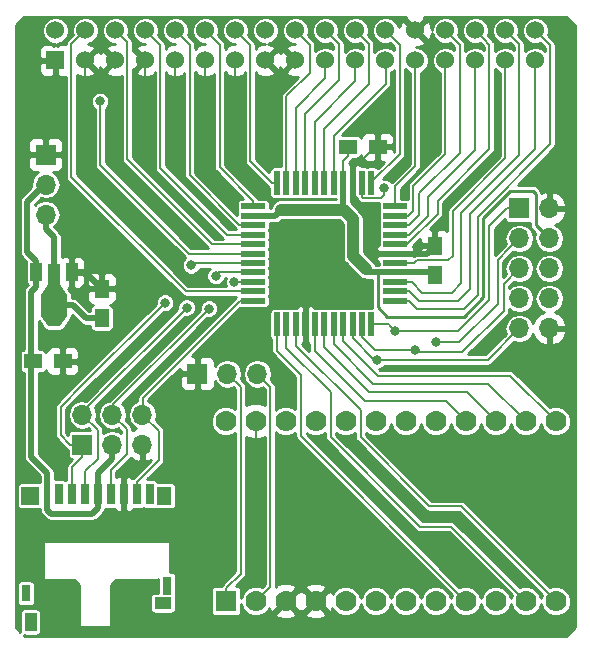
<source format=gtl>
G04 #@! TF.FileFunction,Copper,L1,Top,Signal*
%FSLAX46Y46*%
G04 Gerber Fmt 4.6, Leading zero omitted, Abs format (unit mm)*
G04 Created by KiCad (PCBNEW 4.0.6) date 08/19/17 01:45:56*
%MOMM*%
%LPD*%
G01*
G04 APERTURE LIST*
%ADD10C,0.100000*%
%ADD11R,0.700000X1.750000*%
%ADD12R,1.450000X1.000000*%
%ADD13R,1.000000X1.550000*%
%ADD14R,1.300000X1.500000*%
%ADD15R,1.500000X1.500000*%
%ADD16R,0.800000X1.500000*%
%ADD17R,0.800000X1.400000*%
%ADD18R,1.250000X1.500000*%
%ADD19R,1.500000X1.250000*%
%ADD20R,1.700000X1.700000*%
%ADD21O,1.700000X1.700000*%
%ADD22R,0.500000X2.000000*%
%ADD23R,2.000000X0.500000*%
%ADD24R,1.000000X1.500000*%
%ADD25R,1.000000X1.800000*%
%ADD26R,2.200000X1.840000*%
%ADD27R,1.524000X1.524000*%
%ADD28C,1.524000*%
%ADD29C,1.778000*%
%ADD30R,1.778000X1.778000*%
%ADD31C,0.812800*%
%ADD32C,1.016000*%
%ADD33C,0.508000*%
%ADD34C,0.254000*%
%ADD35C,1.016000*%
%ADD36C,0.177800*%
G04 APERTURE END LIST*
D10*
D11*
X63400000Y-75405000D03*
X62300000Y-75405000D03*
X61200000Y-75405000D03*
X60100000Y-75405000D03*
X59000000Y-75405000D03*
X57900000Y-75405000D03*
X56800000Y-75405000D03*
X55700000Y-75405000D03*
D12*
X64525000Y-84630000D03*
D13*
X53300000Y-86205000D03*
D14*
X64600000Y-75530000D03*
D15*
X53250000Y-75530000D03*
D16*
X64850000Y-83130000D03*
D17*
X52900000Y-83780000D03*
D18*
X87510000Y-54350000D03*
X87510000Y-56850000D03*
D19*
X80170000Y-45970000D03*
X82670000Y-45970000D03*
D20*
X94670000Y-51200000D03*
D21*
X97210000Y-51200000D03*
X94670000Y-53740000D03*
X97210000Y-53740000D03*
X94670000Y-56280000D03*
X97210000Y-56280000D03*
X94670000Y-58820000D03*
X97210000Y-58820000D03*
X94670000Y-61360000D03*
X97210000Y-61360000D03*
D22*
X74160000Y-61020000D03*
X74960000Y-61020000D03*
X75760000Y-61020000D03*
X76560000Y-61020000D03*
X77360000Y-61020000D03*
X78160000Y-61020000D03*
X78960000Y-61020000D03*
X79760000Y-61020000D03*
X80560000Y-61020000D03*
X81360000Y-61020000D03*
X82160000Y-61020000D03*
D23*
X84160000Y-59020000D03*
X84160000Y-58220000D03*
X84160000Y-57420000D03*
X84160000Y-56620000D03*
X84160000Y-55820000D03*
X84160000Y-55020000D03*
X84160000Y-54220000D03*
X84160000Y-53420000D03*
X84160000Y-52620000D03*
X84160000Y-51820000D03*
X84160000Y-51020000D03*
D22*
X82160000Y-49020000D03*
X81360000Y-49020000D03*
X80560000Y-49020000D03*
X79760000Y-49020000D03*
X78960000Y-49020000D03*
X78160000Y-49020000D03*
X77360000Y-49020000D03*
X76560000Y-49020000D03*
X75760000Y-49020000D03*
X74960000Y-49020000D03*
X74160000Y-49020000D03*
D23*
X72160000Y-51020000D03*
X72160000Y-51820000D03*
X72160000Y-52620000D03*
X72160000Y-53420000D03*
X72160000Y-54220000D03*
X72160000Y-55020000D03*
X72160000Y-55820000D03*
X72160000Y-56620000D03*
X72160000Y-57420000D03*
X72160000Y-58220000D03*
X72160000Y-59020000D03*
D18*
X59320000Y-57980000D03*
X59320000Y-60480000D03*
D19*
X53510000Y-64130000D03*
X56010000Y-64130000D03*
D10*
G36*
X56390000Y-60318500D02*
X55790000Y-61168500D01*
X54790000Y-61168500D01*
X54190000Y-60318500D01*
X56390000Y-60318500D01*
X56390000Y-60318500D01*
G37*
D24*
X56790000Y-56596500D03*
D25*
X55290000Y-56743000D03*
D24*
X53790000Y-56596500D03*
D26*
X55290000Y-59410000D03*
D10*
G36*
X54190000Y-58500300D02*
X54890000Y-57500300D01*
X55690000Y-57500300D01*
X56390000Y-58500300D01*
X54190000Y-58500300D01*
X54190000Y-58500300D01*
G37*
D27*
X55380000Y-38650000D03*
D28*
X55380000Y-36110000D03*
X57920000Y-38650000D03*
X57920000Y-36110000D03*
X60460000Y-38650000D03*
X60460000Y-36110000D03*
X63000000Y-38650000D03*
X63000000Y-36110000D03*
X65540000Y-38650000D03*
X65540000Y-36110000D03*
X68080000Y-38650000D03*
X68080000Y-36110000D03*
X70620000Y-38650000D03*
X70620000Y-36110000D03*
X73160000Y-38650000D03*
X73160000Y-36110000D03*
X75700000Y-38650000D03*
X75700000Y-36110000D03*
X78240000Y-38650000D03*
X78240000Y-36110000D03*
X80780000Y-38650000D03*
X80780000Y-36110000D03*
X83320000Y-38650000D03*
X83320000Y-36110000D03*
X85860000Y-38650000D03*
X85860000Y-36110000D03*
X88400000Y-38650000D03*
X88400000Y-36110000D03*
X90940000Y-38650000D03*
X90940000Y-36110000D03*
X93480000Y-38650000D03*
X93480000Y-36110000D03*
X96020000Y-38650000D03*
X96020000Y-36110000D03*
D29*
X69830000Y-69200000D03*
D30*
X69830000Y-84440000D03*
D29*
X72370000Y-69200000D03*
X72370000Y-84440000D03*
X74910000Y-69200000D03*
X74910000Y-84440000D03*
X77450000Y-69200000D03*
X77450000Y-84440000D03*
X79990000Y-69200000D03*
X79990000Y-84440000D03*
X82530000Y-69200000D03*
X82530000Y-84440000D03*
X85070000Y-69200000D03*
X85070000Y-84440000D03*
X87610000Y-69200000D03*
X87610000Y-84440000D03*
X90150000Y-69200000D03*
X90150000Y-84440000D03*
X92690000Y-69200000D03*
X92690000Y-84440000D03*
X95230000Y-69200000D03*
X95230000Y-84440000D03*
X97770000Y-69200000D03*
X97770000Y-84440000D03*
D20*
X54580000Y-46640000D03*
D21*
X54580000Y-49180000D03*
X54580000Y-51720000D03*
D20*
X67420000Y-65200000D03*
D21*
X69960000Y-65200000D03*
X72500000Y-65200000D03*
D31*
X83870000Y-76900000D03*
X86180000Y-76820000D03*
X84570000Y-47900000D03*
X74010000Y-52880000D03*
X98240000Y-36140000D03*
X62830000Y-85740000D03*
X96720000Y-86500000D03*
D20*
X57670000Y-71210000D03*
D21*
X57670000Y-68670000D03*
X60210000Y-71210000D03*
X60210000Y-68670000D03*
X62750000Y-71210000D03*
X62750000Y-68670000D03*
D32*
X74510000Y-51320000D03*
X61220000Y-73600000D03*
X88240000Y-52440000D03*
X57970000Y-63570000D03*
X82980000Y-44250000D03*
X82200000Y-55000000D03*
X76570000Y-58980000D03*
D31*
X84150000Y-61550000D03*
X83260002Y-49460000D03*
X87610000Y-62540000D03*
X85820000Y-63200000D03*
X82660000Y-64030000D03*
X59180000Y-42130000D03*
X68390000Y-59680000D03*
X70540000Y-57450000D03*
X66510000Y-59590000D03*
X68969666Y-56899443D03*
X66870000Y-56010000D03*
X64680000Y-59180000D03*
D33*
X60210000Y-71210000D02*
X60210000Y-72412081D01*
X60210000Y-72412081D02*
X59000000Y-73622081D01*
X59000000Y-73622081D02*
X59000000Y-74022000D01*
X59000000Y-74022000D02*
X59000000Y-75405000D01*
X54580000Y-49180000D02*
X54450000Y-49180000D01*
X54450000Y-49180000D02*
X53000000Y-50630000D01*
X53000000Y-50630000D02*
X53000000Y-54890000D01*
X53000000Y-54890000D02*
X53790000Y-55680000D01*
X53790000Y-55680000D02*
X53790000Y-56596500D01*
D34*
X97210000Y-53740000D02*
X96055199Y-52585199D01*
X93921358Y-49700000D02*
X91630000Y-51991358D01*
X91630000Y-58730000D02*
X89980000Y-60380000D01*
X96055199Y-52585199D02*
X96055199Y-49955199D01*
X96055199Y-49955199D02*
X95800000Y-49700000D01*
X82690000Y-57240000D02*
X82690000Y-56620000D01*
X95800000Y-49700000D02*
X93921358Y-49700000D01*
X89980000Y-60380000D02*
X83490000Y-60380000D01*
X83490000Y-60380000D02*
X82690000Y-59580000D01*
X91630000Y-51991358D02*
X91630000Y-58730000D01*
X82690000Y-59580000D02*
X82690000Y-57240000D01*
D33*
X84160000Y-56620000D02*
X87280000Y-56620000D01*
X87280000Y-56620000D02*
X87510000Y-56850000D01*
X81750000Y-56620000D02*
X82690000Y-56620000D01*
X82690000Y-56620000D02*
X84160000Y-56620000D01*
D35*
X79800000Y-51320000D02*
X80600000Y-52120000D01*
X80600000Y-52120000D02*
X80600000Y-55230000D01*
X80600000Y-55230000D02*
X81730000Y-56360000D01*
X74510000Y-51320000D02*
X79800000Y-51320000D01*
D33*
X79760000Y-49020000D02*
X79760000Y-51380000D01*
X81730000Y-56600000D02*
X81750000Y-56620000D01*
X72160000Y-51820000D02*
X74010000Y-51820000D01*
X74010000Y-51820000D02*
X74510000Y-51320000D01*
D36*
X80170000Y-45970000D02*
X80170000Y-46772800D01*
X80170000Y-46772800D02*
X79760000Y-47182800D01*
X79760000Y-47182800D02*
X79760000Y-47842200D01*
X79760000Y-47842200D02*
X79760000Y-49020000D01*
D33*
X53510000Y-64130000D02*
X53350000Y-64290000D01*
X53350000Y-64290000D02*
X53350000Y-72240000D01*
X53350000Y-72240000D02*
X54690000Y-73580000D01*
X54690000Y-73580000D02*
X54690000Y-76690000D01*
X54690000Y-76690000D02*
X55030000Y-77030000D01*
X55030000Y-77030000D02*
X58520000Y-77030000D01*
X58520000Y-77030000D02*
X59000000Y-76550000D01*
X59000000Y-76550000D02*
X59000000Y-75405000D01*
X53790000Y-56596500D02*
X53790000Y-57810000D01*
X53350000Y-58250000D02*
X53350000Y-63970000D01*
X53790000Y-57810000D02*
X53350000Y-58250000D01*
X53350000Y-63970000D02*
X53510000Y-64130000D01*
D36*
X62750000Y-71210000D02*
X62750000Y-72410000D01*
X62750000Y-72410000D02*
X61560000Y-73600000D01*
X61560000Y-73600000D02*
X61220000Y-73600000D01*
X61200000Y-73620000D02*
X61220000Y-73600000D01*
X61200000Y-75405000D02*
X61200000Y-73620000D01*
X87510000Y-54350000D02*
X87510000Y-53170000D01*
X87510000Y-53170000D02*
X88240000Y-52440000D01*
X56010000Y-64130000D02*
X57410000Y-64130000D01*
X57410000Y-64130000D02*
X57970000Y-63570000D01*
X82670000Y-45970000D02*
X82670000Y-44560000D01*
X82670000Y-44560000D02*
X82980000Y-44250000D01*
X72370000Y-69200000D02*
X72370000Y-74150000D01*
X70620000Y-38650000D02*
X70620000Y-43190000D01*
X68080000Y-38650000D02*
X68080000Y-43020000D01*
X65540000Y-38650000D02*
X65540000Y-42760000D01*
X63000000Y-38650000D02*
X63000000Y-42860000D01*
D33*
X56790000Y-56596500D02*
X57936500Y-56596500D01*
X57936500Y-56596500D02*
X59320000Y-57980000D01*
X84160000Y-55020000D02*
X86840000Y-55020000D01*
X86840000Y-55020000D02*
X87510000Y-54350000D01*
D34*
X84160000Y-55020000D02*
X82220000Y-55020000D01*
X82220000Y-55020000D02*
X82200000Y-55000000D01*
X76560000Y-61020000D02*
X76560000Y-58990000D01*
X76560000Y-58990000D02*
X76570000Y-58980000D01*
D33*
X82150000Y-51837242D02*
X82150000Y-54518000D01*
X82150000Y-54518000D02*
X82652000Y-55020000D01*
X82652000Y-55020000D02*
X84160000Y-55020000D01*
X80560000Y-49020000D02*
X80560000Y-50247242D01*
X80560000Y-50247242D02*
X82150000Y-51837242D01*
D36*
X80560000Y-49020000D02*
X80560000Y-47842200D01*
X80560000Y-47842200D02*
X82432200Y-45970000D01*
X82432200Y-45970000D02*
X82670000Y-45970000D01*
X57920000Y-39727630D02*
X57920000Y-42010000D01*
X57920000Y-38650000D02*
X57920000Y-39727630D01*
X94670000Y-51200000D02*
X93642200Y-51200000D01*
X93642200Y-51200000D02*
X92120000Y-52722200D01*
X92120000Y-52722200D02*
X92120000Y-58920000D01*
X92120000Y-58920000D02*
X89490000Y-61550000D01*
X84724736Y-61550000D02*
X84150000Y-61550000D01*
X89490000Y-61550000D02*
X84724736Y-61550000D01*
X83743601Y-61143601D02*
X84150000Y-61550000D01*
X82160000Y-61020000D02*
X83620000Y-61020000D01*
X83620000Y-61020000D02*
X83743601Y-61143601D01*
X87610000Y-62540000D02*
X89590000Y-62540000D01*
X89590000Y-62540000D02*
X92830000Y-59300000D01*
X92830000Y-59300000D02*
X92830000Y-55580000D01*
X92830000Y-55580000D02*
X93820001Y-54589999D01*
X93820001Y-54589999D02*
X94670000Y-53740000D01*
X83260002Y-50034736D02*
X83260002Y-49460000D01*
X83008037Y-50286701D02*
X83260002Y-50034736D01*
X81360000Y-50197800D02*
X81448901Y-50286701D01*
X81360000Y-49020000D02*
X81360000Y-50197800D01*
X81448901Y-50286701D02*
X83008037Y-50286701D01*
X87830000Y-68362765D02*
X87830000Y-69620000D01*
X81360000Y-61020000D02*
X81360000Y-62070000D01*
X81360000Y-62070000D02*
X82490000Y-63200000D01*
X82490000Y-63200000D02*
X85245264Y-63200000D01*
X85245264Y-63200000D02*
X85820000Y-63200000D01*
X94670000Y-56280000D02*
X93370000Y-57580000D01*
X93370000Y-57580000D02*
X93370000Y-59870000D01*
X93370000Y-59870000D02*
X89850000Y-63390000D01*
X89850000Y-63390000D02*
X86010000Y-63390000D01*
X86010000Y-63390000D02*
X85820000Y-63200000D01*
X80560000Y-62197800D02*
X82392200Y-64030000D01*
X80560000Y-61020000D02*
X80560000Y-62197800D01*
X82392200Y-64030000D02*
X82660000Y-64030000D01*
X83234736Y-64030000D02*
X82660000Y-64030000D01*
X92000000Y-64030000D02*
X83234736Y-64030000D01*
X94670000Y-61360000D02*
X92000000Y-64030000D01*
D33*
X55290000Y-59410000D02*
X55290000Y-60743500D01*
X55290000Y-58000300D02*
X55290000Y-59410000D01*
X55290000Y-56743000D02*
X55290000Y-58000300D01*
X55290000Y-59410000D02*
X56890000Y-59410000D01*
X56890000Y-59410000D02*
X57960000Y-60480000D01*
X57960000Y-60480000D02*
X59320000Y-60480000D01*
X54580000Y-51720000D02*
X54580000Y-52922081D01*
X55290000Y-55335000D02*
X55290000Y-56743000D01*
X54580000Y-52922081D02*
X55290000Y-53632081D01*
X55290000Y-53632081D02*
X55290000Y-55335000D01*
X54580000Y-51720000D02*
X54580000Y-51790000D01*
D36*
X59180000Y-42130000D02*
X59180000Y-47490000D01*
X59180000Y-47490000D02*
X66710000Y-55020000D01*
X66710000Y-55020000D02*
X72160000Y-55020000D01*
X72160000Y-58220000D02*
X66440000Y-58220000D01*
X66440000Y-58220000D02*
X56730000Y-48510000D01*
X56730000Y-48510000D02*
X56730000Y-37300000D01*
X56730000Y-37300000D02*
X57158001Y-36871999D01*
X57158001Y-36871999D02*
X57920000Y-36110000D01*
X72160000Y-54220000D02*
X68680000Y-54220000D01*
X61488701Y-47028701D02*
X61488701Y-37138701D01*
X68680000Y-54220000D02*
X61488701Y-47028701D01*
X61488701Y-37138701D02*
X61221999Y-36871999D01*
X61221999Y-36871999D02*
X60460000Y-36110000D01*
X63000000Y-36110000D02*
X64260000Y-37370000D01*
X64260000Y-37370000D02*
X64260000Y-47750000D01*
X69930000Y-53420000D02*
X72160000Y-53420000D01*
X64260000Y-47750000D02*
X69930000Y-53420000D01*
X72160000Y-52620000D02*
X70982200Y-52620000D01*
X66301999Y-36871999D02*
X65540000Y-36110000D01*
X70982200Y-52620000D02*
X66770000Y-48407800D01*
X66770000Y-48407800D02*
X66770000Y-37340000D01*
X66770000Y-37340000D02*
X66301999Y-36871999D01*
X68080000Y-36110000D02*
X69300000Y-37330000D01*
X69300000Y-37330000D02*
X69300000Y-47732200D01*
X69300000Y-47732200D02*
X72160000Y-50592200D01*
X72160000Y-50592200D02*
X72160000Y-51020000D01*
X74160000Y-49020000D02*
X73732200Y-49020000D01*
X73732200Y-49020000D02*
X71890000Y-47177800D01*
X71890000Y-47177800D02*
X71890000Y-37380000D01*
X71890000Y-37380000D02*
X71381999Y-36871999D01*
X71381999Y-36871999D02*
X70620000Y-36110000D01*
X75700000Y-36110000D02*
X76920000Y-37330000D01*
X76920000Y-37330000D02*
X76920000Y-39690000D01*
X76920000Y-39690000D02*
X74960000Y-41650000D01*
X74960000Y-41650000D02*
X74960000Y-47842200D01*
X74960000Y-47842200D02*
X74960000Y-49020000D01*
X75760000Y-49020000D02*
X75760000Y-42670000D01*
X75760000Y-42670000D02*
X78240000Y-40190000D01*
X78240000Y-40190000D02*
X78240000Y-39727630D01*
X78240000Y-39727630D02*
X78240000Y-38650000D01*
X78240000Y-36110000D02*
X79410000Y-37280000D01*
X79410000Y-37280000D02*
X79410000Y-40330000D01*
X79410000Y-40330000D02*
X76560000Y-43180000D01*
X76560000Y-43180000D02*
X76560000Y-47842200D01*
X76560000Y-47842200D02*
X76560000Y-49020000D01*
X80780000Y-38650000D02*
X80780000Y-40440000D01*
X80780000Y-40440000D02*
X77360000Y-43860000D01*
X77360000Y-43860000D02*
X77360000Y-47842200D01*
X77360000Y-47842200D02*
X77360000Y-49020000D01*
X80780000Y-36110000D02*
X81940000Y-37270000D01*
X81940000Y-40700000D02*
X78160000Y-44480000D01*
X81940000Y-37270000D02*
X81940000Y-40700000D01*
X78160000Y-47842200D02*
X78160000Y-49020000D01*
X78160000Y-44480000D02*
X78160000Y-47842200D01*
X83320000Y-38650000D02*
X83350000Y-38680000D01*
X83350000Y-38680000D02*
X83350000Y-40640000D01*
X83350000Y-40640000D02*
X78960000Y-45030000D01*
X78960000Y-47842200D02*
X78960000Y-49020000D01*
X78960000Y-45030000D02*
X78960000Y-47842200D01*
X83320000Y-36110000D02*
X84550000Y-37340000D01*
X84550000Y-37340000D02*
X84550000Y-46560000D01*
X84550000Y-46560000D02*
X82160000Y-48950000D01*
X82160000Y-48950000D02*
X82160000Y-49020000D01*
X84160000Y-51020000D02*
X84160000Y-49340000D01*
X84160000Y-49340000D02*
X85860000Y-47640000D01*
X85860000Y-47640000D02*
X85860000Y-39727630D01*
X85860000Y-39727630D02*
X85860000Y-38650000D01*
X85700000Y-51390000D02*
X85270000Y-51820000D01*
X88400000Y-38650000D02*
X88400000Y-46620000D01*
X85700000Y-51390000D02*
X85700000Y-49320000D01*
X85700000Y-49320000D02*
X88400000Y-46620000D01*
X85270000Y-51820000D02*
X84160000Y-51820000D01*
X84160000Y-52620000D02*
X85337800Y-52620000D01*
X85337800Y-52620000D02*
X86187800Y-51770000D01*
X86187800Y-51770000D02*
X86187800Y-49932200D01*
X86187800Y-49932200D02*
X89650000Y-46470000D01*
X89650000Y-46470000D02*
X89650000Y-37360000D01*
X89650000Y-37360000D02*
X89161999Y-36871999D01*
X89161999Y-36871999D02*
X88400000Y-36110000D01*
X86937800Y-51820000D02*
X85337800Y-53420000D01*
X90930000Y-38660000D02*
X90930000Y-46270000D01*
X86937800Y-51820000D02*
X86937800Y-50262200D01*
X86937800Y-50262200D02*
X90930000Y-46270000D01*
X90940000Y-38650000D02*
X90930000Y-38660000D01*
X85337800Y-53420000D02*
X84160000Y-53420000D01*
X85182029Y-54220000D02*
X87770000Y-51632029D01*
X92150000Y-46150000D02*
X92150000Y-37320000D01*
X87770000Y-51632029D02*
X87770000Y-50530000D01*
X87770000Y-50530000D02*
X92150000Y-46150000D01*
X92150000Y-37320000D02*
X91701999Y-36871999D01*
X84160000Y-54220000D02*
X85182029Y-54220000D01*
X91701999Y-36871999D02*
X90940000Y-36110000D01*
X84160000Y-55820000D02*
X85800000Y-55820000D01*
X85800000Y-55820000D02*
X86040000Y-55580000D01*
X86040000Y-55580000D02*
X88660000Y-55580000D01*
X88660000Y-55580000D02*
X89040000Y-55200000D01*
X89040000Y-55200000D02*
X89040000Y-51410000D01*
X89040000Y-51410000D02*
X93480000Y-46970000D01*
X93480000Y-46970000D02*
X93480000Y-38650000D01*
X84160000Y-57420000D02*
X85550000Y-57420000D01*
X85550000Y-57420000D02*
X86450000Y-58320000D01*
X86450000Y-58320000D02*
X88950000Y-58320000D01*
X88950000Y-58320000D02*
X89780000Y-57490000D01*
X89780000Y-51560000D02*
X94680000Y-46660000D01*
X89780000Y-57490000D02*
X89780000Y-51560000D01*
X94680000Y-46660000D02*
X94680000Y-37310000D01*
X94680000Y-37310000D02*
X94241999Y-36871999D01*
X94241999Y-36871999D02*
X93480000Y-36110000D01*
X84160000Y-58220000D02*
X85337800Y-58220000D01*
X85337800Y-58220000D02*
X86177800Y-59060000D01*
X86177800Y-59060000D02*
X89490000Y-59060000D01*
X89490000Y-59060000D02*
X90500000Y-58050000D01*
X90500000Y-58050000D02*
X90500000Y-51680000D01*
X90500000Y-51680000D02*
X96020000Y-46160000D01*
X96020000Y-46160000D02*
X96020000Y-39727630D01*
X96020000Y-39727630D02*
X96020000Y-38650000D01*
X84160000Y-59020000D02*
X85337800Y-59020000D01*
X85337800Y-59020000D02*
X86037800Y-59720000D01*
X86037800Y-59720000D02*
X89970000Y-59720000D01*
X91170000Y-51894567D02*
X97290000Y-45774567D01*
X89970000Y-59720000D02*
X91170000Y-58520000D01*
X91170000Y-58520000D02*
X91170000Y-51894567D01*
X97290000Y-45774567D02*
X97290000Y-37380000D01*
X97290000Y-37380000D02*
X96781999Y-36871999D01*
X96781999Y-36871999D02*
X96020000Y-36110000D01*
X62750000Y-68670000D02*
X64150000Y-70070000D01*
X64150000Y-70070000D02*
X64150000Y-72502200D01*
X64150000Y-72502200D02*
X62300000Y-74352200D01*
X62300000Y-74352200D02*
X62300000Y-75405000D01*
X72160000Y-59020000D02*
X71020000Y-59020000D01*
X71020000Y-59020000D02*
X62790000Y-67250000D01*
X62790000Y-67250000D02*
X62790000Y-68630000D01*
X62790000Y-68630000D02*
X62750000Y-68670000D01*
X60210000Y-68670000D02*
X61450000Y-69910000D01*
X61450000Y-69910000D02*
X61450000Y-72000000D01*
X61450000Y-72000000D02*
X60100000Y-73350000D01*
X60100000Y-73350000D02*
X60100000Y-75405000D01*
X68390000Y-59680000D02*
X60210000Y-67860000D01*
X60210000Y-67860000D02*
X60210000Y-68670000D01*
X70570000Y-57420000D02*
X70540000Y-57450000D01*
X72160000Y-57420000D02*
X70570000Y-57420000D01*
X57670000Y-68670000D02*
X58970000Y-69970000D01*
X58970000Y-69970000D02*
X58970000Y-72390000D01*
X58970000Y-72390000D02*
X57900000Y-73460000D01*
X57900000Y-73460000D02*
X57900000Y-75405000D01*
X66510000Y-59590000D02*
X57670000Y-68430000D01*
X57670000Y-68430000D02*
X57670000Y-68670000D01*
X72160000Y-56620000D02*
X69249109Y-56620000D01*
X69249109Y-56620000D02*
X68969666Y-56899443D01*
X57670000Y-71210000D02*
X57670000Y-72237800D01*
X57670000Y-72237800D02*
X56800000Y-73107800D01*
X56800000Y-73107800D02*
X56800000Y-74352200D01*
X56800000Y-74352200D02*
X56800000Y-75405000D01*
X57770000Y-66090000D02*
X55840000Y-68020000D01*
X55840000Y-68020000D02*
X55840000Y-70407800D01*
X55840000Y-70407800D02*
X56642200Y-71210000D01*
X56642200Y-71210000D02*
X57670000Y-71210000D01*
X57770000Y-66090000D02*
X64273601Y-59586399D01*
X64273601Y-59586399D02*
X64680000Y-59180000D01*
X67060000Y-55820000D02*
X66870000Y-56010000D01*
X72160000Y-55820000D02*
X67060000Y-55820000D01*
X78960000Y-61020000D02*
X78960000Y-62680000D01*
X78960000Y-62680000D02*
X82310000Y-66030000D01*
X82310000Y-66030000D02*
X92060000Y-66030000D01*
X92060000Y-66030000D02*
X95230000Y-69200000D01*
X77360000Y-61020000D02*
X77360000Y-63300000D01*
X77360000Y-63300000D02*
X81590000Y-67530000D01*
X81590000Y-67530000D02*
X88480000Y-67530000D01*
X88480000Y-67530000D02*
X90150000Y-69200000D01*
X92690000Y-69200000D02*
X90250000Y-66760000D01*
X90250000Y-66760000D02*
X81980000Y-66760000D01*
X81980000Y-66760000D02*
X78160000Y-62940000D01*
X78160000Y-62940000D02*
X78160000Y-61020000D01*
X69960000Y-65200000D02*
X71090000Y-66330000D01*
X71090000Y-66330000D02*
X71090000Y-82113200D01*
X71090000Y-82113200D02*
X69830000Y-83373200D01*
X69830000Y-83373200D02*
X69830000Y-84440000D01*
X72370000Y-84440000D02*
X73600000Y-83210000D01*
X73600000Y-83210000D02*
X73600000Y-66300000D01*
X73600000Y-66300000D02*
X73349999Y-66049999D01*
X73349999Y-66049999D02*
X72500000Y-65200000D01*
X74160000Y-61020000D02*
X74160000Y-63230000D01*
X76190000Y-65260000D02*
X76190000Y-70480000D01*
X74160000Y-63230000D02*
X76190000Y-65260000D01*
X76190000Y-70480000D02*
X89261001Y-83551001D01*
X89261001Y-83551001D02*
X90150000Y-84440000D01*
X74960000Y-61020000D02*
X74960000Y-63030000D01*
X74960000Y-63030000D02*
X78700000Y-66770000D01*
X78700000Y-66770000D02*
X78700000Y-70540000D01*
X78700000Y-70540000D02*
X86300000Y-78140000D01*
X86300000Y-78140000D02*
X88930000Y-78140000D01*
X88930000Y-78140000D02*
X94341001Y-83551001D01*
X94341001Y-83551001D02*
X95230000Y-84440000D01*
X97770000Y-69200000D02*
X93920000Y-65350000D01*
X93920000Y-65350000D02*
X82680000Y-65350000D01*
X79760000Y-62197800D02*
X79760000Y-61020000D01*
X82680000Y-65350000D02*
X79760000Y-62430000D01*
X79760000Y-62430000D02*
X79760000Y-62197800D01*
X97770000Y-84440000D02*
X89740000Y-76410000D01*
X89740000Y-76410000D02*
X87060000Y-76410000D01*
X87060000Y-76410000D02*
X81240000Y-70590000D01*
X81240000Y-68290000D02*
X75760000Y-62810000D01*
X81240000Y-70590000D02*
X81240000Y-68290000D01*
X75760000Y-62810000D02*
X75760000Y-61020000D01*
D34*
G36*
X85059392Y-35129787D02*
X85860000Y-35930395D01*
X86660608Y-35129787D01*
X86613629Y-34966000D01*
X98641118Y-34966000D01*
X99374000Y-35698881D01*
X99374000Y-86661119D01*
X98641118Y-87394000D01*
X52758881Y-87394000D01*
X52716420Y-87351539D01*
X52800000Y-87368464D01*
X53800000Y-87368464D01*
X53941190Y-87341897D01*
X54070865Y-87258454D01*
X54157859Y-87131134D01*
X54188464Y-86980000D01*
X54188464Y-85430000D01*
X54161897Y-85288810D01*
X54078454Y-85159135D01*
X53951134Y-85072141D01*
X53800000Y-85041536D01*
X52800000Y-85041536D01*
X52658810Y-85068103D01*
X52529135Y-85151546D01*
X52442141Y-85278866D01*
X52411536Y-85430000D01*
X52411536Y-86980000D01*
X52426985Y-87062104D01*
X52026000Y-86661118D01*
X52026000Y-83080000D01*
X52111536Y-83080000D01*
X52111536Y-84480000D01*
X52138103Y-84621190D01*
X52221546Y-84750865D01*
X52348866Y-84837859D01*
X52500000Y-84868464D01*
X53300000Y-84868464D01*
X53441190Y-84841897D01*
X53570865Y-84758454D01*
X53657859Y-84631134D01*
X53688464Y-84480000D01*
X53688464Y-83080000D01*
X53661897Y-82938810D01*
X53578454Y-82809135D01*
X53451134Y-82722141D01*
X53300000Y-82691536D01*
X52500000Y-82691536D01*
X52358810Y-82718103D01*
X52229135Y-82801546D01*
X52142141Y-82928866D01*
X52111536Y-83080000D01*
X52026000Y-83080000D01*
X52026000Y-79500000D01*
X54373000Y-79500000D01*
X54373000Y-82500000D01*
X54381685Y-82546159D01*
X54408965Y-82588553D01*
X54450590Y-82616994D01*
X54500000Y-82627000D01*
X56947394Y-82627000D01*
X57373000Y-83052606D01*
X57373000Y-86500000D01*
X57381685Y-86546159D01*
X57408965Y-86588553D01*
X57450590Y-86616994D01*
X57500000Y-86627000D01*
X60000000Y-86627000D01*
X60046159Y-86618315D01*
X60088553Y-86591035D01*
X60116994Y-86549410D01*
X60127000Y-86500000D01*
X60127000Y-83052606D01*
X60552606Y-82627000D01*
X64000000Y-82627000D01*
X64046159Y-82618315D01*
X64061536Y-82608420D01*
X64061536Y-83741536D01*
X63800000Y-83741536D01*
X63658810Y-83768103D01*
X63529135Y-83851546D01*
X63442141Y-83978866D01*
X63411536Y-84130000D01*
X63411536Y-85130000D01*
X63438103Y-85271190D01*
X63521546Y-85400865D01*
X63648866Y-85487859D01*
X63800000Y-85518464D01*
X65250000Y-85518464D01*
X65391190Y-85491897D01*
X65520865Y-85408454D01*
X65607859Y-85281134D01*
X65638464Y-85130000D01*
X65638464Y-84130000D01*
X65614080Y-84000412D01*
X65638464Y-83880000D01*
X65638464Y-82380000D01*
X65611897Y-82238810D01*
X65528454Y-82109135D01*
X65401134Y-82022141D01*
X65250000Y-81991536D01*
X65127000Y-81991536D01*
X65127000Y-79500000D01*
X65118315Y-79453841D01*
X65091035Y-79411447D01*
X65049410Y-79383006D01*
X65000000Y-79373000D01*
X54500000Y-79373000D01*
X54453841Y-79381685D01*
X54411447Y-79408965D01*
X54383006Y-79450590D01*
X54373000Y-79500000D01*
X52026000Y-79500000D01*
X52026000Y-74780000D01*
X52111536Y-74780000D01*
X52111536Y-76280000D01*
X52138103Y-76421190D01*
X52221546Y-76550865D01*
X52348866Y-76637859D01*
X52500000Y-76668464D01*
X54000000Y-76668464D01*
X54055000Y-76658115D01*
X54055000Y-76690000D01*
X54103336Y-76933004D01*
X54240987Y-77139013D01*
X54580987Y-77479013D01*
X54786996Y-77616664D01*
X55030000Y-77665001D01*
X55030005Y-77665000D01*
X58520000Y-77665000D01*
X58763004Y-77616664D01*
X58969013Y-77479013D01*
X59449010Y-76999015D01*
X59449013Y-76999013D01*
X59586664Y-76793004D01*
X59607153Y-76690000D01*
X59616802Y-76641491D01*
X59750000Y-76668464D01*
X60340438Y-76668464D01*
X60490302Y-76818327D01*
X60723691Y-76915000D01*
X60914250Y-76915000D01*
X61073000Y-76756250D01*
X61073000Y-75532000D01*
X61053000Y-75532000D01*
X61053000Y-75278000D01*
X61073000Y-75278000D01*
X61073000Y-74053750D01*
X60914250Y-73895000D01*
X60723691Y-73895000D01*
X60569900Y-73958702D01*
X60569900Y-73544638D01*
X61782269Y-72332270D01*
X61796234Y-72311370D01*
X61983076Y-72481645D01*
X62393110Y-72651476D01*
X62623000Y-72530155D01*
X62623000Y-71337000D01*
X62603000Y-71337000D01*
X62603000Y-71083000D01*
X62623000Y-71083000D01*
X62623000Y-71063000D01*
X62877000Y-71063000D01*
X62877000Y-71083000D01*
X62897000Y-71083000D01*
X62897000Y-71337000D01*
X62877000Y-71337000D01*
X62877000Y-72530155D01*
X63106890Y-72651476D01*
X63498304Y-72489357D01*
X61967731Y-74019931D01*
X61955805Y-74037780D01*
X61909698Y-73991673D01*
X61676309Y-73895000D01*
X61485750Y-73895000D01*
X61327000Y-74053750D01*
X61327000Y-75278000D01*
X61347000Y-75278000D01*
X61347000Y-75532000D01*
X61327000Y-75532000D01*
X61327000Y-76756250D01*
X61485750Y-76915000D01*
X61676309Y-76915000D01*
X61909698Y-76818327D01*
X62059562Y-76668464D01*
X62650000Y-76668464D01*
X62791190Y-76641897D01*
X62849686Y-76604256D01*
X62898866Y-76637859D01*
X63050000Y-76668464D01*
X63750000Y-76668464D01*
X63853670Y-76648957D01*
X63950000Y-76668464D01*
X65250000Y-76668464D01*
X65391190Y-76641897D01*
X65520865Y-76558454D01*
X65607859Y-76431134D01*
X65638464Y-76280000D01*
X65638464Y-74780000D01*
X65611897Y-74638810D01*
X65528454Y-74509135D01*
X65401134Y-74422141D01*
X65250000Y-74391536D01*
X64112410Y-74391536D01*
X64111897Y-74388810D01*
X64028454Y-74259135D01*
X63901134Y-74172141D01*
X63750000Y-74141536D01*
X63175202Y-74141536D01*
X64482269Y-72834470D01*
X64584131Y-72682023D01*
X64590207Y-72651476D01*
X64619900Y-72502200D01*
X64619900Y-70070000D01*
X64584131Y-69890177D01*
X64482269Y-69737731D01*
X63891019Y-69146481D01*
X63981000Y-68694117D01*
X63981000Y-68645883D01*
X63887296Y-68174800D01*
X63620448Y-67775435D01*
X63259900Y-67534524D01*
X63259900Y-67444638D01*
X65218788Y-65485750D01*
X65935000Y-65485750D01*
X65935000Y-66176309D01*
X66031673Y-66409698D01*
X66210301Y-66588327D01*
X66443690Y-66685000D01*
X67134250Y-66685000D01*
X67293000Y-66526250D01*
X67293000Y-65327000D01*
X66093750Y-65327000D01*
X65935000Y-65485750D01*
X65218788Y-65485750D01*
X65935000Y-64769538D01*
X65935000Y-64914250D01*
X66093750Y-65073000D01*
X67293000Y-65073000D01*
X67293000Y-63873750D01*
X67134250Y-63715000D01*
X66989538Y-63715000D01*
X71065260Y-59639279D01*
X71160000Y-59658464D01*
X73160000Y-59658464D01*
X73301190Y-59631897D01*
X73430865Y-59548454D01*
X73517859Y-59421134D01*
X73548464Y-59270000D01*
X73548464Y-58770000D01*
X73521897Y-58628810D01*
X73517395Y-58621813D01*
X73517859Y-58621134D01*
X73548464Y-58470000D01*
X73548464Y-57970000D01*
X73521897Y-57828810D01*
X73517395Y-57821813D01*
X73517859Y-57821134D01*
X73548464Y-57670000D01*
X73548464Y-57170000D01*
X73521897Y-57028810D01*
X73517395Y-57021813D01*
X73517859Y-57021134D01*
X73548464Y-56870000D01*
X73548464Y-56370000D01*
X73521897Y-56228810D01*
X73517395Y-56221813D01*
X73517859Y-56221134D01*
X73548464Y-56070000D01*
X73548464Y-55570000D01*
X73521897Y-55428810D01*
X73517395Y-55421813D01*
X73517859Y-55421134D01*
X73548464Y-55270000D01*
X73548464Y-54770000D01*
X73521897Y-54628810D01*
X73517395Y-54621813D01*
X73517859Y-54621134D01*
X73548464Y-54470000D01*
X73548464Y-53970000D01*
X73521897Y-53828810D01*
X73517395Y-53821813D01*
X73517859Y-53821134D01*
X73548464Y-53670000D01*
X73548464Y-53170000D01*
X73521897Y-53028810D01*
X73517395Y-53021813D01*
X73517859Y-53021134D01*
X73548464Y-52870000D01*
X73548464Y-52455000D01*
X74010000Y-52455000D01*
X74253004Y-52406664D01*
X74459013Y-52269013D01*
X74519017Y-52209009D01*
X74686057Y-52209154D01*
X74686430Y-52209000D01*
X79431764Y-52209000D01*
X79711000Y-52488236D01*
X79711000Y-55230000D01*
X79778671Y-55570206D01*
X79937779Y-55808327D01*
X79971382Y-55858618D01*
X81101382Y-56988618D01*
X81389794Y-57181329D01*
X81502685Y-57203784D01*
X81506995Y-57206664D01*
X81750000Y-57255000D01*
X82182000Y-57255000D01*
X82182000Y-59580000D01*
X82192251Y-59631536D01*
X81910000Y-59631536D01*
X81768810Y-59658103D01*
X81761813Y-59662605D01*
X81761134Y-59662141D01*
X81610000Y-59631536D01*
X81110000Y-59631536D01*
X80968810Y-59658103D01*
X80961813Y-59662605D01*
X80961134Y-59662141D01*
X80810000Y-59631536D01*
X80310000Y-59631536D01*
X80168810Y-59658103D01*
X80161813Y-59662605D01*
X80161134Y-59662141D01*
X80010000Y-59631536D01*
X79510000Y-59631536D01*
X79368810Y-59658103D01*
X79361813Y-59662605D01*
X79361134Y-59662141D01*
X79210000Y-59631536D01*
X78710000Y-59631536D01*
X78568810Y-59658103D01*
X78561813Y-59662605D01*
X78561134Y-59662141D01*
X78410000Y-59631536D01*
X77910000Y-59631536D01*
X77768810Y-59658103D01*
X77761813Y-59662605D01*
X77761134Y-59662141D01*
X77610000Y-59631536D01*
X77319561Y-59631536D01*
X77169699Y-59481673D01*
X76936310Y-59385000D01*
X76843750Y-59385000D01*
X76685000Y-59543750D01*
X76685000Y-60893000D01*
X76707000Y-60893000D01*
X76707000Y-61147000D01*
X76685000Y-61147000D01*
X76685000Y-62496250D01*
X76843750Y-62655000D01*
X76890100Y-62655000D01*
X76890100Y-63275562D01*
X76269538Y-62655000D01*
X76276250Y-62655000D01*
X76435000Y-62496250D01*
X76435000Y-61147000D01*
X76413000Y-61147000D01*
X76413000Y-60893000D01*
X76435000Y-60893000D01*
X76435000Y-59543750D01*
X76276250Y-59385000D01*
X76183690Y-59385000D01*
X75950301Y-59481673D01*
X75800439Y-59631536D01*
X75510000Y-59631536D01*
X75368810Y-59658103D01*
X75361813Y-59662605D01*
X75361134Y-59662141D01*
X75210000Y-59631536D01*
X74710000Y-59631536D01*
X74568810Y-59658103D01*
X74561813Y-59662605D01*
X74561134Y-59662141D01*
X74410000Y-59631536D01*
X73910000Y-59631536D01*
X73768810Y-59658103D01*
X73639135Y-59741546D01*
X73552141Y-59868866D01*
X73521536Y-60020000D01*
X73521536Y-62020000D01*
X73548103Y-62161190D01*
X73631546Y-62290865D01*
X73690100Y-62330873D01*
X73690100Y-63230000D01*
X73721926Y-63390000D01*
X73725869Y-63409823D01*
X73827731Y-63562269D01*
X75720100Y-65454639D01*
X75720100Y-68213894D01*
X75630337Y-68123974D01*
X75163727Y-67930221D01*
X74658490Y-67929780D01*
X74191542Y-68122718D01*
X74069900Y-68244148D01*
X74069900Y-66300000D01*
X74034131Y-66120177D01*
X73932270Y-65967731D01*
X73682270Y-65717732D01*
X73682268Y-65717729D01*
X73641020Y-65676481D01*
X73731000Y-65224117D01*
X73731000Y-65175883D01*
X73637296Y-64704800D01*
X73370448Y-64305435D01*
X72971083Y-64038587D01*
X72500000Y-63944883D01*
X72028917Y-64038587D01*
X71629552Y-64305435D01*
X71362704Y-64704800D01*
X71269000Y-65175883D01*
X71269000Y-65224117D01*
X71362704Y-65695200D01*
X71629552Y-66094565D01*
X72028917Y-66361413D01*
X72500000Y-66455117D01*
X72971083Y-66361413D01*
X72986544Y-66351083D01*
X73017729Y-66382268D01*
X73017732Y-66382270D01*
X73130100Y-66494638D01*
X73130100Y-67855139D01*
X72608035Y-67664484D01*
X72002300Y-67690277D01*
X71562467Y-67872461D01*
X71559900Y-67880167D01*
X71559900Y-66330000D01*
X71524131Y-66150177D01*
X71422269Y-65997730D01*
X71101019Y-65676481D01*
X71191000Y-65224117D01*
X71191000Y-65175883D01*
X71097296Y-64704800D01*
X70830448Y-64305435D01*
X70431083Y-64038587D01*
X69960000Y-63944883D01*
X69488917Y-64038587D01*
X69089552Y-64305435D01*
X68905000Y-64581636D01*
X68905000Y-64223691D01*
X68808327Y-63990302D01*
X68629699Y-63811673D01*
X68396310Y-63715000D01*
X67705750Y-63715000D01*
X67547000Y-63873750D01*
X67547000Y-65073000D01*
X67567000Y-65073000D01*
X67567000Y-65327000D01*
X67547000Y-65327000D01*
X67547000Y-66526250D01*
X67705750Y-66685000D01*
X68396310Y-66685000D01*
X68629699Y-66588327D01*
X68808327Y-66409698D01*
X68905000Y-66176309D01*
X68905000Y-65818364D01*
X69089552Y-66094565D01*
X69488917Y-66361413D01*
X69960000Y-66455117D01*
X70431083Y-66361413D01*
X70446544Y-66351082D01*
X70620100Y-66524639D01*
X70620100Y-68193859D01*
X70550337Y-68123974D01*
X70083727Y-67930221D01*
X69578490Y-67929780D01*
X69111542Y-68122718D01*
X68753974Y-68479663D01*
X68560221Y-68946273D01*
X68559780Y-69451510D01*
X68752718Y-69918458D01*
X69109663Y-70276026D01*
X69576273Y-70469779D01*
X70081510Y-70470220D01*
X70548458Y-70277282D01*
X70620100Y-70205765D01*
X70620100Y-81918561D01*
X69497731Y-83040931D01*
X69416476Y-83162536D01*
X68941000Y-83162536D01*
X68799810Y-83189103D01*
X68670135Y-83272546D01*
X68583141Y-83399866D01*
X68552536Y-83551000D01*
X68552536Y-85329000D01*
X68579103Y-85470190D01*
X68662546Y-85599865D01*
X68789866Y-85686859D01*
X68941000Y-85717464D01*
X70719000Y-85717464D01*
X70860190Y-85690897D01*
X70989865Y-85607454D01*
X71076859Y-85480134D01*
X71107464Y-85329000D01*
X71107464Y-84710107D01*
X71292718Y-85158458D01*
X71649663Y-85516026D01*
X72116273Y-85709779D01*
X72621510Y-85710220D01*
X73088458Y-85517282D01*
X73093552Y-85512196D01*
X74017409Y-85512196D01*
X74102467Y-85767539D01*
X74671965Y-85975516D01*
X75277700Y-85949723D01*
X75717533Y-85767539D01*
X75802591Y-85512196D01*
X76557409Y-85512196D01*
X76642467Y-85767539D01*
X77211965Y-85975516D01*
X77817700Y-85949723D01*
X78257533Y-85767539D01*
X78342591Y-85512196D01*
X77450000Y-84619605D01*
X76557409Y-85512196D01*
X75802591Y-85512196D01*
X74910000Y-84619605D01*
X74017409Y-85512196D01*
X73093552Y-85512196D01*
X73446026Y-85160337D01*
X73496247Y-85039392D01*
X73582461Y-85247533D01*
X73837804Y-85332591D01*
X74730395Y-84440000D01*
X75089605Y-84440000D01*
X75982196Y-85332591D01*
X76180000Y-85266700D01*
X76377804Y-85332591D01*
X77270395Y-84440000D01*
X76377804Y-83547409D01*
X76180000Y-83613300D01*
X75982196Y-83547409D01*
X75089605Y-84440000D01*
X74730395Y-84440000D01*
X74716253Y-84425858D01*
X74895858Y-84246253D01*
X74910000Y-84260395D01*
X75802591Y-83367804D01*
X76557409Y-83367804D01*
X77450000Y-84260395D01*
X78342591Y-83367804D01*
X78257533Y-83112461D01*
X77688035Y-82904484D01*
X77082300Y-82930277D01*
X76642467Y-83112461D01*
X76557409Y-83367804D01*
X75802591Y-83367804D01*
X75717533Y-83112461D01*
X75148035Y-82904484D01*
X74542300Y-82930277D01*
X74102467Y-83112461D01*
X74069788Y-83210563D01*
X74069900Y-83210000D01*
X74069900Y-70156054D01*
X74189663Y-70276026D01*
X74656273Y-70469779D01*
X75161510Y-70470220D01*
X75628458Y-70277282D01*
X75720100Y-70185800D01*
X75720100Y-70480000D01*
X75748611Y-70623336D01*
X75755869Y-70659823D01*
X75857731Y-70812269D01*
X88928732Y-83883271D01*
X88928735Y-83883273D01*
X88983357Y-83937895D01*
X88880221Y-84186273D01*
X88880219Y-84188488D01*
X88687282Y-83721542D01*
X88330337Y-83363974D01*
X87863727Y-83170221D01*
X87358490Y-83169780D01*
X86891542Y-83362718D01*
X86533974Y-83719663D01*
X86340221Y-84186273D01*
X86340219Y-84188488D01*
X86147282Y-83721542D01*
X85790337Y-83363974D01*
X85323727Y-83170221D01*
X84818490Y-83169780D01*
X84351542Y-83362718D01*
X83993974Y-83719663D01*
X83800221Y-84186273D01*
X83800219Y-84188488D01*
X83607282Y-83721542D01*
X83250337Y-83363974D01*
X82783727Y-83170221D01*
X82278490Y-83169780D01*
X81811542Y-83362718D01*
X81453974Y-83719663D01*
X81260221Y-84186273D01*
X81260219Y-84188488D01*
X81067282Y-83721542D01*
X80710337Y-83363974D01*
X80243727Y-83170221D01*
X79738490Y-83169780D01*
X79271542Y-83362718D01*
X78913974Y-83719663D01*
X78863753Y-83840608D01*
X78777539Y-83632467D01*
X78522196Y-83547409D01*
X77629605Y-84440000D01*
X78522196Y-85332591D01*
X78777539Y-85247533D01*
X78858229Y-85026583D01*
X78912718Y-85158458D01*
X79269663Y-85516026D01*
X79736273Y-85709779D01*
X80241510Y-85710220D01*
X80708458Y-85517282D01*
X81066026Y-85160337D01*
X81259779Y-84693727D01*
X81259781Y-84691512D01*
X81452718Y-85158458D01*
X81809663Y-85516026D01*
X82276273Y-85709779D01*
X82781510Y-85710220D01*
X83248458Y-85517282D01*
X83606026Y-85160337D01*
X83799779Y-84693727D01*
X83799781Y-84691512D01*
X83992718Y-85158458D01*
X84349663Y-85516026D01*
X84816273Y-85709779D01*
X85321510Y-85710220D01*
X85788458Y-85517282D01*
X86146026Y-85160337D01*
X86339779Y-84693727D01*
X86339781Y-84691512D01*
X86532718Y-85158458D01*
X86889663Y-85516026D01*
X87356273Y-85709779D01*
X87861510Y-85710220D01*
X88328458Y-85517282D01*
X88686026Y-85160337D01*
X88879779Y-84693727D01*
X88879781Y-84691512D01*
X89072718Y-85158458D01*
X89429663Y-85516026D01*
X89896273Y-85709779D01*
X90401510Y-85710220D01*
X90868458Y-85517282D01*
X91226026Y-85160337D01*
X91419779Y-84693727D01*
X91419781Y-84691512D01*
X91612718Y-85158458D01*
X91969663Y-85516026D01*
X92436273Y-85709779D01*
X92941510Y-85710220D01*
X93408458Y-85517282D01*
X93766026Y-85160337D01*
X93959779Y-84693727D01*
X93959781Y-84691512D01*
X94152718Y-85158458D01*
X94509663Y-85516026D01*
X94976273Y-85709779D01*
X95481510Y-85710220D01*
X95948458Y-85517282D01*
X96306026Y-85160337D01*
X96499779Y-84693727D01*
X96499781Y-84691512D01*
X96692718Y-85158458D01*
X97049663Y-85516026D01*
X97516273Y-85709779D01*
X98021510Y-85710220D01*
X98488458Y-85517282D01*
X98846026Y-85160337D01*
X99039779Y-84693727D01*
X99040220Y-84188490D01*
X98847282Y-83721542D01*
X98490337Y-83363974D01*
X98023727Y-83170221D01*
X97518490Y-83169780D01*
X97267872Y-83273333D01*
X90072269Y-76077731D01*
X89919823Y-75975869D01*
X89740000Y-75940100D01*
X87254639Y-75940100D01*
X81709900Y-70395362D01*
X81709900Y-70176089D01*
X81809663Y-70276026D01*
X82276273Y-70469779D01*
X82781510Y-70470220D01*
X83248458Y-70277282D01*
X83606026Y-69920337D01*
X83799779Y-69453727D01*
X83799781Y-69451512D01*
X83992718Y-69918458D01*
X84349663Y-70276026D01*
X84816273Y-70469779D01*
X85321510Y-70470220D01*
X85788458Y-70277282D01*
X86146026Y-69920337D01*
X86339779Y-69453727D01*
X86339781Y-69451512D01*
X86532718Y-69918458D01*
X86889663Y-70276026D01*
X87356273Y-70469779D01*
X87861510Y-70470220D01*
X88328458Y-70277282D01*
X88686026Y-69920337D01*
X88879779Y-69453727D01*
X88879781Y-69451512D01*
X89072718Y-69918458D01*
X89429663Y-70276026D01*
X89896273Y-70469779D01*
X90401510Y-70470220D01*
X90868458Y-70277282D01*
X91226026Y-69920337D01*
X91419779Y-69453727D01*
X91419781Y-69451512D01*
X91612718Y-69918458D01*
X91969663Y-70276026D01*
X92436273Y-70469779D01*
X92941510Y-70470220D01*
X93408458Y-70277282D01*
X93766026Y-69920337D01*
X93959779Y-69453727D01*
X93959781Y-69451512D01*
X94152718Y-69918458D01*
X94509663Y-70276026D01*
X94976273Y-70469779D01*
X95481510Y-70470220D01*
X95948458Y-70277282D01*
X96306026Y-69920337D01*
X96499779Y-69453727D01*
X96499781Y-69451512D01*
X96692718Y-69918458D01*
X97049663Y-70276026D01*
X97516273Y-70469779D01*
X98021510Y-70470220D01*
X98488458Y-70277282D01*
X98846026Y-69920337D01*
X99039779Y-69453727D01*
X99040220Y-68948490D01*
X98847282Y-68481542D01*
X98490337Y-68123974D01*
X98023727Y-67930221D01*
X97518490Y-67929780D01*
X97267872Y-68033333D01*
X94252269Y-65017731D01*
X94099823Y-64915869D01*
X94091684Y-64914250D01*
X93920000Y-64880100D01*
X82874639Y-64880100D01*
X82812072Y-64817533D01*
X82815936Y-64817536D01*
X83105444Y-64697914D01*
X83303804Y-64499900D01*
X92000000Y-64499900D01*
X92179823Y-64464131D01*
X92332269Y-64362269D01*
X94193519Y-62501019D01*
X94645883Y-62591000D01*
X94694117Y-62591000D01*
X95165200Y-62497296D01*
X95564565Y-62230448D01*
X95821788Y-61845488D01*
X95938355Y-62126924D01*
X96328642Y-62555183D01*
X96853108Y-62801486D01*
X97083000Y-62680819D01*
X97083000Y-61487000D01*
X97337000Y-61487000D01*
X97337000Y-62680819D01*
X97566892Y-62801486D01*
X98091358Y-62555183D01*
X98481645Y-62126924D01*
X98651476Y-61716890D01*
X98530155Y-61487000D01*
X97337000Y-61487000D01*
X97083000Y-61487000D01*
X97063000Y-61487000D01*
X97063000Y-61233000D01*
X97083000Y-61233000D01*
X97083000Y-61213000D01*
X97337000Y-61213000D01*
X97337000Y-61233000D01*
X98530155Y-61233000D01*
X98651476Y-61003110D01*
X98481645Y-60593076D01*
X98091358Y-60164817D01*
X97666053Y-59965083D01*
X97705200Y-59957296D01*
X98104565Y-59690448D01*
X98371413Y-59291083D01*
X98465117Y-58820000D01*
X98371413Y-58348917D01*
X98104565Y-57949552D01*
X97705200Y-57682704D01*
X97234117Y-57589000D01*
X97185883Y-57589000D01*
X96714800Y-57682704D01*
X96315435Y-57949552D01*
X96048587Y-58348917D01*
X95954883Y-58820000D01*
X96048587Y-59291083D01*
X96315435Y-59690448D01*
X96714800Y-59957296D01*
X96753947Y-59965083D01*
X96328642Y-60164817D01*
X95938355Y-60593076D01*
X95821788Y-60874512D01*
X95564565Y-60489552D01*
X95165200Y-60222704D01*
X94694117Y-60129000D01*
X94645883Y-60129000D01*
X94174800Y-60222704D01*
X93775435Y-60489552D01*
X93508587Y-60888917D01*
X93414883Y-61360000D01*
X93508587Y-61831083D01*
X93518918Y-61846544D01*
X91805362Y-63560100D01*
X90344438Y-63560100D01*
X93702270Y-60202269D01*
X93804131Y-60049823D01*
X93839900Y-59870000D01*
X93839900Y-59733522D01*
X94174800Y-59957296D01*
X94645883Y-60051000D01*
X94694117Y-60051000D01*
X95165200Y-59957296D01*
X95564565Y-59690448D01*
X95831413Y-59291083D01*
X95925117Y-58820000D01*
X95831413Y-58348917D01*
X95564565Y-57949552D01*
X95165200Y-57682704D01*
X94694117Y-57589000D01*
X94645883Y-57589000D01*
X94174800Y-57682704D01*
X93839900Y-57906478D01*
X93839900Y-57774638D01*
X94193519Y-57421019D01*
X94645883Y-57511000D01*
X94694117Y-57511000D01*
X95165200Y-57417296D01*
X95564565Y-57150448D01*
X95831413Y-56751083D01*
X95925117Y-56280000D01*
X95954883Y-56280000D01*
X96048587Y-56751083D01*
X96315435Y-57150448D01*
X96714800Y-57417296D01*
X97185883Y-57511000D01*
X97234117Y-57511000D01*
X97705200Y-57417296D01*
X98104565Y-57150448D01*
X98371413Y-56751083D01*
X98465117Y-56280000D01*
X98371413Y-55808917D01*
X98104565Y-55409552D01*
X97705200Y-55142704D01*
X97234117Y-55049000D01*
X97185883Y-55049000D01*
X96714800Y-55142704D01*
X96315435Y-55409552D01*
X96048587Y-55808917D01*
X95954883Y-56280000D01*
X95925117Y-56280000D01*
X95831413Y-55808917D01*
X95564565Y-55409552D01*
X95165200Y-55142704D01*
X94694117Y-55049000D01*
X94645883Y-55049000D01*
X94174800Y-55142704D01*
X93775435Y-55409552D01*
X93508587Y-55808917D01*
X93414883Y-56280000D01*
X93508587Y-56751083D01*
X93518918Y-56766544D01*
X93299900Y-56985562D01*
X93299900Y-55774638D01*
X94152271Y-54922268D01*
X94152273Y-54922265D01*
X94193519Y-54881019D01*
X94645883Y-54971000D01*
X94694117Y-54971000D01*
X95165200Y-54877296D01*
X95564565Y-54610448D01*
X95831413Y-54211083D01*
X95925117Y-53740000D01*
X95831413Y-53268917D01*
X95564565Y-52869552D01*
X95165200Y-52602704D01*
X94694117Y-52509000D01*
X94645883Y-52509000D01*
X94174800Y-52602704D01*
X93775435Y-52869552D01*
X93508587Y-53268917D01*
X93414883Y-53740000D01*
X93508587Y-54211083D01*
X93518918Y-54226544D01*
X93487735Y-54257727D01*
X93487732Y-54257729D01*
X92589900Y-55155562D01*
X92589900Y-52916838D01*
X93435527Y-52071211D01*
X93458103Y-52191190D01*
X93541546Y-52320865D01*
X93668866Y-52407859D01*
X93820000Y-52438464D01*
X95520000Y-52438464D01*
X95547199Y-52433346D01*
X95547199Y-52585199D01*
X95585868Y-52779602D01*
X95695989Y-52944409D01*
X96043927Y-53292347D01*
X95954883Y-53740000D01*
X96048587Y-54211083D01*
X96315435Y-54610448D01*
X96714800Y-54877296D01*
X97185883Y-54971000D01*
X97234117Y-54971000D01*
X97705200Y-54877296D01*
X98104565Y-54610448D01*
X98371413Y-54211083D01*
X98465117Y-53740000D01*
X98371413Y-53268917D01*
X98104565Y-52869552D01*
X97705200Y-52602704D01*
X97666053Y-52594917D01*
X98091358Y-52395183D01*
X98481645Y-51966924D01*
X98651476Y-51556890D01*
X98530155Y-51327000D01*
X97337000Y-51327000D01*
X97337000Y-51347000D01*
X97083000Y-51347000D01*
X97083000Y-51327000D01*
X97063000Y-51327000D01*
X97063000Y-51073000D01*
X97083000Y-51073000D01*
X97083000Y-49879181D01*
X97337000Y-49879181D01*
X97337000Y-51073000D01*
X98530155Y-51073000D01*
X98651476Y-50843110D01*
X98481645Y-50433076D01*
X98091358Y-50004817D01*
X97566892Y-49758514D01*
X97337000Y-49879181D01*
X97083000Y-49879181D01*
X96853108Y-49758514D01*
X96552186Y-49899835D01*
X96524530Y-49760796D01*
X96414409Y-49595989D01*
X96159210Y-49340790D01*
X95994403Y-49230669D01*
X95800000Y-49192000D01*
X94537105Y-49192000D01*
X97622269Y-46106836D01*
X97724131Y-45954390D01*
X97727445Y-45937731D01*
X97759900Y-45774567D01*
X97759900Y-37380000D01*
X97724131Y-37200177D01*
X97683054Y-37138701D01*
X97622270Y-37047731D01*
X97114270Y-36539732D01*
X97114268Y-36539729D01*
X97089477Y-36514938D01*
X97162801Y-36338354D01*
X97163198Y-35883641D01*
X96989554Y-35463388D01*
X96668303Y-35141577D01*
X96248354Y-34967199D01*
X95793641Y-34966802D01*
X95373388Y-35140446D01*
X95051577Y-35461697D01*
X94877199Y-35881646D01*
X94876802Y-36336359D01*
X95050446Y-36756612D01*
X95371697Y-37078423D01*
X95791646Y-37252801D01*
X96246359Y-37253198D01*
X96424891Y-37179430D01*
X96449729Y-37204268D01*
X96449732Y-37204270D01*
X96820100Y-37574639D01*
X96820100Y-37833639D01*
X96668303Y-37681577D01*
X96248354Y-37507199D01*
X95793641Y-37506802D01*
X95373388Y-37680446D01*
X95149900Y-37903545D01*
X95149900Y-37310000D01*
X95114131Y-37130177D01*
X95107449Y-37120177D01*
X95012270Y-36977731D01*
X94574270Y-36539732D01*
X94574268Y-36539729D01*
X94549477Y-36514938D01*
X94622801Y-36338354D01*
X94623198Y-35883641D01*
X94449554Y-35463388D01*
X94128303Y-35141577D01*
X93708354Y-34967199D01*
X93253641Y-34966802D01*
X92833388Y-35140446D01*
X92511577Y-35461697D01*
X92337199Y-35881646D01*
X92336802Y-36336359D01*
X92510446Y-36756612D01*
X92831697Y-37078423D01*
X93251646Y-37252801D01*
X93706359Y-37253198D01*
X93884891Y-37179430D01*
X93909729Y-37204268D01*
X93909732Y-37204270D01*
X94210100Y-37504639D01*
X94210100Y-37763517D01*
X94128303Y-37681577D01*
X93708354Y-37507199D01*
X93253641Y-37506802D01*
X92833388Y-37680446D01*
X92619900Y-37893562D01*
X92619900Y-37320000D01*
X92584131Y-37140177D01*
X92522360Y-37047731D01*
X92482269Y-36987730D01*
X92034270Y-36539732D01*
X92034268Y-36539729D01*
X92009477Y-36514938D01*
X92082801Y-36338354D01*
X92083198Y-35883641D01*
X91909554Y-35463388D01*
X91588303Y-35141577D01*
X91168354Y-34967199D01*
X90713641Y-34966802D01*
X90293388Y-35140446D01*
X89971577Y-35461697D01*
X89797199Y-35881646D01*
X89796802Y-36336359D01*
X89970446Y-36756612D01*
X90291697Y-37078423D01*
X90711646Y-37252801D01*
X91166359Y-37253198D01*
X91344891Y-37179430D01*
X91369729Y-37204268D01*
X91369732Y-37204270D01*
X91680100Y-37514639D01*
X91680100Y-37773534D01*
X91588303Y-37681577D01*
X91168354Y-37507199D01*
X90713641Y-37506802D01*
X90293388Y-37680446D01*
X90119900Y-37853632D01*
X90119900Y-37360000D01*
X90084131Y-37180177D01*
X90070767Y-37160177D01*
X89982270Y-37027731D01*
X89494270Y-36539732D01*
X89494268Y-36539729D01*
X89469477Y-36514938D01*
X89542801Y-36338354D01*
X89543198Y-35883641D01*
X89369554Y-35463388D01*
X89048303Y-35141577D01*
X88628354Y-34967199D01*
X88173641Y-34966802D01*
X87753388Y-35140446D01*
X87431577Y-35461697D01*
X87257199Y-35881646D01*
X87257030Y-36075660D01*
X87241362Y-35762632D01*
X87082397Y-35378857D01*
X86840213Y-35309392D01*
X86039605Y-36110000D01*
X86840213Y-36910608D01*
X87082397Y-36841143D01*
X87259852Y-36343742D01*
X87430446Y-36756612D01*
X87751697Y-37078423D01*
X88171646Y-37252801D01*
X88626359Y-37253198D01*
X88804891Y-37179430D01*
X88829729Y-37204268D01*
X88829732Y-37204270D01*
X89180100Y-37554639D01*
X89180100Y-37813604D01*
X89048303Y-37681577D01*
X88628354Y-37507199D01*
X88173641Y-37506802D01*
X87753388Y-37680446D01*
X87431577Y-38001697D01*
X87257199Y-38421646D01*
X87256802Y-38876359D01*
X87430446Y-39296612D01*
X87751697Y-39618423D01*
X87930100Y-39692502D01*
X87930100Y-46425361D01*
X85367731Y-48987731D01*
X85265869Y-49140177D01*
X85230100Y-49320000D01*
X85230100Y-50395731D01*
X85160000Y-50381536D01*
X84629900Y-50381536D01*
X84629900Y-49534638D01*
X86192269Y-47972270D01*
X86294131Y-47819823D01*
X86329900Y-47640000D01*
X86329900Y-39692569D01*
X86506612Y-39619554D01*
X86828423Y-39298303D01*
X87002801Y-38878354D01*
X87003198Y-38423641D01*
X86829554Y-38003388D01*
X86508303Y-37681577D01*
X86088354Y-37507199D01*
X85894340Y-37507030D01*
X86207368Y-37491362D01*
X86591143Y-37332397D01*
X86660608Y-37090213D01*
X85860000Y-36289605D01*
X85845858Y-36303748D01*
X85666253Y-36124143D01*
X85680395Y-36110000D01*
X84879787Y-35309392D01*
X84637603Y-35378857D01*
X84460148Y-35876258D01*
X84289554Y-35463388D01*
X83968303Y-35141577D01*
X83548354Y-34967199D01*
X83093641Y-34966802D01*
X82673388Y-35140446D01*
X82351577Y-35461697D01*
X82177199Y-35881646D01*
X82176802Y-36336359D01*
X82350446Y-36756612D01*
X82671697Y-37078423D01*
X83091646Y-37252801D01*
X83546359Y-37253198D01*
X83724892Y-37179430D01*
X84080100Y-37534639D01*
X84080100Y-37793569D01*
X83968303Y-37681577D01*
X83548354Y-37507199D01*
X83093641Y-37506802D01*
X82673388Y-37680446D01*
X82409900Y-37943475D01*
X82409900Y-37270000D01*
X82374131Y-37090177D01*
X82348503Y-37051822D01*
X82272270Y-36937731D01*
X81849477Y-36514938D01*
X81922801Y-36338354D01*
X81923198Y-35883641D01*
X81749554Y-35463388D01*
X81428303Y-35141577D01*
X81008354Y-34967199D01*
X80553641Y-34966802D01*
X80133388Y-35140446D01*
X79811577Y-35461697D01*
X79637199Y-35881646D01*
X79636802Y-36336359D01*
X79810446Y-36756612D01*
X80131697Y-37078423D01*
X80551646Y-37252801D01*
X81006359Y-37253198D01*
X81184892Y-37179430D01*
X81470100Y-37464639D01*
X81470100Y-37723447D01*
X81428303Y-37681577D01*
X81008354Y-37507199D01*
X80553641Y-37506802D01*
X80133388Y-37680446D01*
X79879900Y-37933493D01*
X79879900Y-37280000D01*
X79844131Y-37100177D01*
X79811821Y-37051822D01*
X79742270Y-36947731D01*
X79309477Y-36514938D01*
X79382801Y-36338354D01*
X79383198Y-35883641D01*
X79209554Y-35463388D01*
X78888303Y-35141577D01*
X78468354Y-34967199D01*
X78013641Y-34966802D01*
X77593388Y-35140446D01*
X77271577Y-35461697D01*
X77097199Y-35881646D01*
X77096802Y-36336359D01*
X77270446Y-36756612D01*
X77591697Y-37078423D01*
X78011646Y-37252801D01*
X78466359Y-37253198D01*
X78644892Y-37179430D01*
X78940100Y-37474639D01*
X78940100Y-37733464D01*
X78888303Y-37681577D01*
X78468354Y-37507199D01*
X78013641Y-37506802D01*
X77593388Y-37680446D01*
X77389900Y-37883580D01*
X77389900Y-37330000D01*
X77354131Y-37150177D01*
X77340767Y-37130177D01*
X77252270Y-36997731D01*
X76769477Y-36514938D01*
X76842801Y-36338354D01*
X76843198Y-35883641D01*
X76669554Y-35463388D01*
X76348303Y-35141577D01*
X75928354Y-34967199D01*
X75473641Y-34966802D01*
X75053388Y-35140446D01*
X74731577Y-35461697D01*
X74557199Y-35881646D01*
X74556802Y-36336359D01*
X74730446Y-36756612D01*
X75051697Y-37078423D01*
X75471646Y-37252801D01*
X75665660Y-37252970D01*
X75352632Y-37268638D01*
X74968857Y-37427603D01*
X74899392Y-37669787D01*
X75700000Y-38470395D01*
X75714143Y-38456253D01*
X75893748Y-38635858D01*
X75879605Y-38650000D01*
X75893748Y-38664143D01*
X75714143Y-38843748D01*
X75700000Y-38829605D01*
X74899392Y-39630213D01*
X74968857Y-39872397D01*
X75492302Y-40059144D01*
X75907078Y-40038384D01*
X74627731Y-41317731D01*
X74525869Y-41470177D01*
X74490100Y-41650000D01*
X74490100Y-47647756D01*
X74410000Y-47631536D01*
X73910000Y-47631536D01*
X73768810Y-47658103D01*
X73639135Y-47741546D01*
X73552141Y-47868866D01*
X73521536Y-48020000D01*
X73521536Y-48144797D01*
X72359900Y-46983162D01*
X72359900Y-39631984D01*
X72428857Y-39872397D01*
X72952302Y-40059144D01*
X73507368Y-40031362D01*
X73891143Y-39872397D01*
X73960608Y-39630213D01*
X73160000Y-38829605D01*
X73145858Y-38843748D01*
X72966253Y-38664143D01*
X72980395Y-38650000D01*
X73339605Y-38650000D01*
X74140213Y-39450608D01*
X74382397Y-39381143D01*
X74426453Y-39257656D01*
X74477603Y-39381143D01*
X74719787Y-39450608D01*
X75520395Y-38650000D01*
X74719787Y-37849392D01*
X74477603Y-37918857D01*
X74433547Y-38042344D01*
X74382397Y-37918857D01*
X74140213Y-37849392D01*
X73339605Y-38650000D01*
X72980395Y-38650000D01*
X72966253Y-38635858D01*
X73145858Y-38456253D01*
X73160000Y-38470395D01*
X73960608Y-37669787D01*
X73891143Y-37427603D01*
X73393742Y-37250148D01*
X73806612Y-37079554D01*
X74128423Y-36758303D01*
X74302801Y-36338354D01*
X74303198Y-35883641D01*
X74129554Y-35463388D01*
X73808303Y-35141577D01*
X73388354Y-34967199D01*
X72933641Y-34966802D01*
X72513388Y-35140446D01*
X72191577Y-35461697D01*
X72017199Y-35881646D01*
X72016802Y-36336359D01*
X72190446Y-36756612D01*
X72511697Y-37078423D01*
X72931646Y-37252801D01*
X73125660Y-37252970D01*
X72812632Y-37268638D01*
X72428857Y-37427603D01*
X72359900Y-37668016D01*
X72359900Y-37380000D01*
X72324131Y-37200177D01*
X72283054Y-37138701D01*
X72222270Y-37047731D01*
X71714270Y-36539732D01*
X71714268Y-36539729D01*
X71689477Y-36514938D01*
X71762801Y-36338354D01*
X71763198Y-35883641D01*
X71589554Y-35463388D01*
X71268303Y-35141577D01*
X70848354Y-34967199D01*
X70393641Y-34966802D01*
X69973388Y-35140446D01*
X69651577Y-35461697D01*
X69477199Y-35881646D01*
X69476802Y-36336359D01*
X69650446Y-36756612D01*
X69971697Y-37078423D01*
X70391646Y-37252801D01*
X70585660Y-37252970D01*
X70272632Y-37268638D01*
X69888857Y-37427603D01*
X69819393Y-37669785D01*
X69769900Y-37620292D01*
X69769900Y-37330000D01*
X69734131Y-37150177D01*
X69720767Y-37130177D01*
X69632270Y-36997731D01*
X69149477Y-36514938D01*
X69222801Y-36338354D01*
X69223198Y-35883641D01*
X69049554Y-35463388D01*
X68728303Y-35141577D01*
X68308354Y-34967199D01*
X67853641Y-34966802D01*
X67433388Y-35140446D01*
X67111577Y-35461697D01*
X66937199Y-35881646D01*
X66936802Y-36336359D01*
X67110446Y-36756612D01*
X67431697Y-37078423D01*
X67851646Y-37252801D01*
X68045660Y-37252970D01*
X67732632Y-37268638D01*
X67348857Y-37427603D01*
X67279393Y-37669785D01*
X67239900Y-37630292D01*
X67239900Y-37340000D01*
X67204131Y-37160177D01*
X67189781Y-37138701D01*
X67102269Y-37007730D01*
X66634270Y-36539732D01*
X66634268Y-36539729D01*
X66609477Y-36514938D01*
X66682801Y-36338354D01*
X66683198Y-35883641D01*
X66509554Y-35463388D01*
X66188303Y-35141577D01*
X65768354Y-34967199D01*
X65313641Y-34966802D01*
X64893388Y-35140446D01*
X64571577Y-35461697D01*
X64397199Y-35881646D01*
X64396802Y-36336359D01*
X64570446Y-36756612D01*
X64891697Y-37078423D01*
X65311646Y-37252801D01*
X65505660Y-37252970D01*
X65192632Y-37268638D01*
X64808857Y-37427603D01*
X64739393Y-37669785D01*
X64729900Y-37660292D01*
X64729900Y-37370000D01*
X64694131Y-37190177D01*
X64687449Y-37180177D01*
X64592269Y-37037730D01*
X64069477Y-36514938D01*
X64142801Y-36338354D01*
X64143198Y-35883641D01*
X63969554Y-35463388D01*
X63648303Y-35141577D01*
X63228354Y-34967199D01*
X62773641Y-34966802D01*
X62353388Y-35140446D01*
X62031577Y-35461697D01*
X61857199Y-35881646D01*
X61856802Y-36336359D01*
X62030446Y-36756612D01*
X62351697Y-37078423D01*
X62771646Y-37252801D01*
X62965660Y-37252970D01*
X62652632Y-37268638D01*
X62268857Y-37427603D01*
X62199392Y-37669787D01*
X63000000Y-38470395D01*
X63014143Y-38456253D01*
X63193748Y-38635858D01*
X63179605Y-38650000D01*
X63193748Y-38664143D01*
X63014143Y-38843748D01*
X63000000Y-38829605D01*
X62199392Y-39630213D01*
X62268857Y-39872397D01*
X62792302Y-40059144D01*
X63347368Y-40031362D01*
X63731143Y-39872397D01*
X63790100Y-39666848D01*
X63790100Y-47750000D01*
X63813744Y-47868866D01*
X63825869Y-47929823D01*
X63927731Y-48082269D01*
X69595561Y-53750100D01*
X68874639Y-53750100D01*
X61958601Y-46834063D01*
X61958601Y-39433058D01*
X62019787Y-39450608D01*
X62820395Y-38650000D01*
X62019787Y-37849392D01*
X61958601Y-37866942D01*
X61958601Y-37138701D01*
X61922832Y-36958878D01*
X61890579Y-36910608D01*
X61820971Y-36806432D01*
X61554270Y-36539732D01*
X61554268Y-36539729D01*
X61529477Y-36514938D01*
X61602801Y-36338354D01*
X61603198Y-35883641D01*
X61429554Y-35463388D01*
X61108303Y-35141577D01*
X60688354Y-34967199D01*
X60233641Y-34966802D01*
X59813388Y-35140446D01*
X59491577Y-35461697D01*
X59317199Y-35881646D01*
X59316802Y-36336359D01*
X59490446Y-36756612D01*
X59811697Y-37078423D01*
X60231646Y-37252801D01*
X60425660Y-37252970D01*
X60112632Y-37268638D01*
X59728857Y-37427603D01*
X59659392Y-37669787D01*
X60460000Y-38470395D01*
X60474143Y-38456253D01*
X60653748Y-38635858D01*
X60639605Y-38650000D01*
X60653748Y-38664143D01*
X60474143Y-38843748D01*
X60460000Y-38829605D01*
X59659392Y-39630213D01*
X59728857Y-39872397D01*
X60252302Y-40059144D01*
X60807368Y-40031362D01*
X61018801Y-39943783D01*
X61018801Y-47028701D01*
X61042894Y-47149823D01*
X61054570Y-47208524D01*
X61156432Y-47360970D01*
X68345561Y-54550100D01*
X66904639Y-54550100D01*
X59649900Y-47295362D01*
X59649900Y-42773501D01*
X59847136Y-42576609D01*
X59967263Y-42287311D01*
X59967536Y-41974064D01*
X59847914Y-41684556D01*
X59626609Y-41462864D01*
X59337311Y-41342737D01*
X59024064Y-41342464D01*
X58734556Y-41462086D01*
X58512864Y-41683391D01*
X58392737Y-41972689D01*
X58392464Y-42285936D01*
X58512086Y-42575444D01*
X58710100Y-42773804D01*
X58710100Y-47490000D01*
X58742463Y-47652699D01*
X58745869Y-47669823D01*
X58847731Y-47822269D01*
X66377730Y-55352269D01*
X66399670Y-55366929D01*
X66202864Y-55563391D01*
X66082737Y-55852689D01*
X66082464Y-56165936D01*
X66202086Y-56455444D01*
X66423391Y-56677136D01*
X66712689Y-56797263D01*
X67025936Y-56797536D01*
X67315444Y-56677914D01*
X67537136Y-56456609D01*
X67606360Y-56289900D01*
X68465749Y-56289900D01*
X68302530Y-56452834D01*
X68182403Y-56742132D01*
X68182130Y-57055379D01*
X68301752Y-57344887D01*
X68523057Y-57566579D01*
X68812355Y-57686706D01*
X69125602Y-57686979D01*
X69415110Y-57567357D01*
X69636802Y-57346052D01*
X69743166Y-57089900D01*
X69836942Y-57089900D01*
X69752737Y-57292689D01*
X69752464Y-57605936D01*
X69812031Y-57750100D01*
X66634639Y-57750100D01*
X57199900Y-48315362D01*
X57199900Y-39876337D01*
X57712302Y-40059144D01*
X58267368Y-40031362D01*
X58651143Y-39872397D01*
X58720608Y-39630213D01*
X57920000Y-38829605D01*
X57905858Y-38843748D01*
X57726253Y-38664143D01*
X57740395Y-38650000D01*
X58099605Y-38650000D01*
X58900213Y-39450608D01*
X59142397Y-39381143D01*
X59186453Y-39257656D01*
X59237603Y-39381143D01*
X59479787Y-39450608D01*
X60280395Y-38650000D01*
X59479787Y-37849392D01*
X59237603Y-37918857D01*
X59193547Y-38042344D01*
X59142397Y-37918857D01*
X58900213Y-37849392D01*
X58099605Y-38650000D01*
X57740395Y-38650000D01*
X57726253Y-38635858D01*
X57905858Y-38456253D01*
X57920000Y-38470395D01*
X58720608Y-37669787D01*
X58651143Y-37427603D01*
X58153742Y-37250148D01*
X58566612Y-37079554D01*
X58888423Y-36758303D01*
X59062801Y-36338354D01*
X59063198Y-35883641D01*
X58889554Y-35463388D01*
X58568303Y-35141577D01*
X58148354Y-34967199D01*
X57693641Y-34966802D01*
X57273388Y-35140446D01*
X56951577Y-35461697D01*
X56777199Y-35881646D01*
X56776802Y-36336359D01*
X56850570Y-36514892D01*
X56825735Y-36539727D01*
X56825732Y-36539729D01*
X56397731Y-36967731D01*
X56295869Y-37120177D01*
X56269362Y-37253436D01*
X56268309Y-37253000D01*
X55665750Y-37253000D01*
X55507002Y-37411748D01*
X55507002Y-37253111D01*
X55606359Y-37253198D01*
X56026612Y-37079554D01*
X56348423Y-36758303D01*
X56522801Y-36338354D01*
X56523198Y-35883641D01*
X56349554Y-35463388D01*
X56028303Y-35141577D01*
X55608354Y-34967199D01*
X55153641Y-34966802D01*
X54733388Y-35140446D01*
X54411577Y-35461697D01*
X54237199Y-35881646D01*
X54236802Y-36336359D01*
X54410446Y-36756612D01*
X54731697Y-37078423D01*
X55151646Y-37252801D01*
X55379575Y-37253000D01*
X55252998Y-37253000D01*
X55252998Y-37411748D01*
X55094250Y-37253000D01*
X54491691Y-37253000D01*
X54258302Y-37349673D01*
X54079673Y-37528301D01*
X53983000Y-37761690D01*
X53983000Y-38364250D01*
X54141750Y-38523000D01*
X55253000Y-38523000D01*
X55253000Y-38503000D01*
X55507000Y-38503000D01*
X55507000Y-38523000D01*
X55527000Y-38523000D01*
X55527000Y-38777000D01*
X55507000Y-38777000D01*
X55507000Y-39888250D01*
X55665750Y-40047000D01*
X56260100Y-40047000D01*
X56260100Y-48510000D01*
X56276677Y-48593336D01*
X56295869Y-48689823D01*
X56397731Y-48842269D01*
X66107731Y-58552270D01*
X66257390Y-58652269D01*
X66260177Y-58654131D01*
X66440000Y-58689900D01*
X70685561Y-58689900D01*
X62457731Y-66917731D01*
X62355869Y-67070177D01*
X62320100Y-67250000D01*
X62320100Y-67500395D01*
X62278917Y-67508587D01*
X61879552Y-67775435D01*
X61612704Y-68174800D01*
X61519000Y-68645883D01*
X61519000Y-68694117D01*
X61612704Y-69165200D01*
X61879552Y-69564565D01*
X62264512Y-69821788D01*
X61983076Y-69938355D01*
X61919900Y-69995929D01*
X61919900Y-69910000D01*
X61884131Y-69730177D01*
X61843855Y-69669900D01*
X61782270Y-69577731D01*
X61351019Y-69146481D01*
X61441000Y-68694117D01*
X61441000Y-68645883D01*
X61347296Y-68174800D01*
X61080448Y-67775435D01*
X61007707Y-67726831D01*
X68267246Y-60467293D01*
X68545936Y-60467536D01*
X68835444Y-60347914D01*
X69057136Y-60126609D01*
X69177263Y-59837311D01*
X69177536Y-59524064D01*
X69057914Y-59234556D01*
X68836609Y-59012864D01*
X68547311Y-58892737D01*
X68234064Y-58892464D01*
X67944556Y-59012086D01*
X67722864Y-59233391D01*
X67602737Y-59522689D01*
X67602493Y-59802968D01*
X59936096Y-67469366D01*
X59738917Y-67508587D01*
X59339552Y-67775435D01*
X59072704Y-68174800D01*
X58979000Y-68645883D01*
X58979000Y-68694117D01*
X59072704Y-69165200D01*
X59339552Y-69564565D01*
X59738917Y-69831413D01*
X60210000Y-69925117D01*
X60681083Y-69831413D01*
X60696544Y-69821082D01*
X60980100Y-70104639D01*
X60980100Y-70248384D01*
X60681083Y-70048587D01*
X60210000Y-69954883D01*
X59738917Y-70048587D01*
X59439900Y-70248384D01*
X59439900Y-69970000D01*
X59404131Y-69790177D01*
X59389663Y-69768524D01*
X59302270Y-69637731D01*
X58811019Y-69146481D01*
X58901000Y-68694117D01*
X58901000Y-68645883D01*
X58807296Y-68174800D01*
X58720154Y-68044384D01*
X66387246Y-60377293D01*
X66665936Y-60377536D01*
X66955444Y-60257914D01*
X67177136Y-60036609D01*
X67297263Y-59747311D01*
X67297536Y-59434064D01*
X67177914Y-59144556D01*
X66956609Y-58922864D01*
X66667311Y-58802737D01*
X66354064Y-58802464D01*
X66064556Y-58922086D01*
X65842864Y-59143391D01*
X65722737Y-59432689D01*
X65722493Y-59712968D01*
X57962414Y-67473048D01*
X57670000Y-67414883D01*
X57198917Y-67508587D01*
X56799552Y-67775435D01*
X56532704Y-68174800D01*
X56439000Y-68645883D01*
X56439000Y-68694117D01*
X56532704Y-69165200D01*
X56799552Y-69564565D01*
X57198917Y-69831413D01*
X57670000Y-69925117D01*
X58141083Y-69831413D01*
X58156544Y-69821082D01*
X58306997Y-69971536D01*
X56820000Y-69971536D01*
X56678810Y-69998103D01*
X56549135Y-70081546D01*
X56462141Y-70208866D01*
X56435780Y-70339042D01*
X56309900Y-70213162D01*
X56309900Y-68214638D01*
X58102269Y-66422270D01*
X58102271Y-66422267D01*
X64557246Y-59967293D01*
X64835936Y-59967536D01*
X65125444Y-59847914D01*
X65347136Y-59626609D01*
X65467263Y-59337311D01*
X65467536Y-59024064D01*
X65347914Y-58734556D01*
X65126609Y-58512864D01*
X64837311Y-58392737D01*
X64524064Y-58392464D01*
X64234556Y-58512086D01*
X64012864Y-58733391D01*
X63892737Y-59022689D01*
X63892493Y-59302968D01*
X57437733Y-65757729D01*
X57437730Y-65757731D01*
X55507731Y-67687731D01*
X55405869Y-67840177D01*
X55370100Y-68020000D01*
X55370100Y-70407800D01*
X55393918Y-70527539D01*
X55405869Y-70587623D01*
X55507731Y-70740069D01*
X56309930Y-71542269D01*
X56431536Y-71623524D01*
X56431536Y-72060000D01*
X56458103Y-72201190D01*
X56541546Y-72330865D01*
X56668866Y-72417859D01*
X56799042Y-72444220D01*
X56467731Y-72775531D01*
X56365869Y-72927977D01*
X56330100Y-73107800D01*
X56330100Y-74164097D01*
X56308810Y-74168103D01*
X56250314Y-74205744D01*
X56201134Y-74172141D01*
X56050000Y-74141536D01*
X55350000Y-74141536D01*
X55325000Y-74146240D01*
X55325000Y-73580000D01*
X55276664Y-73336996D01*
X55139013Y-73130987D01*
X53985000Y-71976974D01*
X53985000Y-65143464D01*
X54260000Y-65143464D01*
X54401190Y-65116897D01*
X54530865Y-65033454D01*
X54617859Y-64906134D01*
X54625000Y-64870870D01*
X54625000Y-64881310D01*
X54721673Y-65114699D01*
X54900302Y-65293327D01*
X55133691Y-65390000D01*
X55724250Y-65390000D01*
X55883000Y-65231250D01*
X55883000Y-64257000D01*
X56137000Y-64257000D01*
X56137000Y-65231250D01*
X56295750Y-65390000D01*
X56886309Y-65390000D01*
X57119698Y-65293327D01*
X57298327Y-65114699D01*
X57395000Y-64881310D01*
X57395000Y-64415750D01*
X57236250Y-64257000D01*
X56137000Y-64257000D01*
X55883000Y-64257000D01*
X55863000Y-64257000D01*
X55863000Y-64003000D01*
X55883000Y-64003000D01*
X55883000Y-63028750D01*
X56137000Y-63028750D01*
X56137000Y-64003000D01*
X57236250Y-64003000D01*
X57395000Y-63844250D01*
X57395000Y-63378690D01*
X57298327Y-63145301D01*
X57119698Y-62966673D01*
X56886309Y-62870000D01*
X56295750Y-62870000D01*
X56137000Y-63028750D01*
X55883000Y-63028750D01*
X55724250Y-62870000D01*
X55133691Y-62870000D01*
X54900302Y-62966673D01*
X54721673Y-63145301D01*
X54625000Y-63378690D01*
X54625000Y-63380301D01*
X54621897Y-63363810D01*
X54538454Y-63234135D01*
X54411134Y-63147141D01*
X54260000Y-63116536D01*
X53985000Y-63116536D01*
X53985000Y-60701702D01*
X54472637Y-61392521D01*
X54638866Y-61526359D01*
X54790000Y-61556964D01*
X55790000Y-61556964D01*
X55995202Y-61498343D01*
X56107363Y-61392521D01*
X56660786Y-60608505D01*
X56660865Y-60608454D01*
X56662163Y-60606555D01*
X56707363Y-60542521D01*
X56708737Y-60538391D01*
X56747859Y-60481134D01*
X56778464Y-60330000D01*
X56778464Y-60196490D01*
X57510985Y-60929010D01*
X57510987Y-60929013D01*
X57658729Y-61027731D01*
X57716996Y-61066664D01*
X57960000Y-61115001D01*
X57960005Y-61115000D01*
X58306536Y-61115000D01*
X58306536Y-61230000D01*
X58333103Y-61371190D01*
X58416546Y-61500865D01*
X58543866Y-61587859D01*
X58695000Y-61618464D01*
X59945000Y-61618464D01*
X60086190Y-61591897D01*
X60215865Y-61508454D01*
X60302859Y-61381134D01*
X60333464Y-61230000D01*
X60333464Y-59730000D01*
X60306897Y-59588810D01*
X60223454Y-59459135D01*
X60096134Y-59372141D01*
X60060870Y-59365000D01*
X60071310Y-59365000D01*
X60304699Y-59268327D01*
X60483327Y-59089698D01*
X60580000Y-58856309D01*
X60580000Y-58265750D01*
X60421250Y-58107000D01*
X59447000Y-58107000D01*
X59447000Y-58127000D01*
X59193000Y-58127000D01*
X59193000Y-58107000D01*
X58218750Y-58107000D01*
X58060000Y-58265750D01*
X58060000Y-58856309D01*
X58156673Y-59089698D01*
X58335301Y-59268327D01*
X58568690Y-59365000D01*
X58570301Y-59365000D01*
X58553810Y-59368103D01*
X58424135Y-59451546D01*
X58337141Y-59578866D01*
X58306536Y-59730000D01*
X58306536Y-59845000D01*
X58223025Y-59845000D01*
X57339013Y-58960987D01*
X57133004Y-58823336D01*
X56890000Y-58775000D01*
X56778464Y-58775000D01*
X56778464Y-58490000D01*
X56770143Y-58445779D01*
X56769839Y-58418896D01*
X56761471Y-58399692D01*
X56751897Y-58348810D01*
X56712880Y-58288176D01*
X56708242Y-58277531D01*
X56680854Y-58238405D01*
X56668454Y-58219135D01*
X56666366Y-58217709D01*
X56501020Y-57981500D01*
X56504250Y-57981500D01*
X56663000Y-57822750D01*
X56663000Y-56723500D01*
X56917000Y-56723500D01*
X56917000Y-57822750D01*
X57075750Y-57981500D01*
X57416309Y-57981500D01*
X57649698Y-57884827D01*
X57828327Y-57706199D01*
X57925000Y-57472810D01*
X57925000Y-57103691D01*
X58060000Y-57103691D01*
X58060000Y-57694250D01*
X58218750Y-57853000D01*
X59193000Y-57853000D01*
X59193000Y-56753750D01*
X59447000Y-56753750D01*
X59447000Y-57853000D01*
X60421250Y-57853000D01*
X60580000Y-57694250D01*
X60580000Y-57103691D01*
X60483327Y-56870302D01*
X60304699Y-56691673D01*
X60071310Y-56595000D01*
X59605750Y-56595000D01*
X59447000Y-56753750D01*
X59193000Y-56753750D01*
X59034250Y-56595000D01*
X58568690Y-56595000D01*
X58335301Y-56691673D01*
X58156673Y-56870302D01*
X58060000Y-57103691D01*
X57925000Y-57103691D01*
X57925000Y-56882250D01*
X57766250Y-56723500D01*
X56917000Y-56723500D01*
X56663000Y-56723500D01*
X56643000Y-56723500D01*
X56643000Y-56469500D01*
X56663000Y-56469500D01*
X56663000Y-55370250D01*
X56917000Y-55370250D01*
X56917000Y-56469500D01*
X57766250Y-56469500D01*
X57925000Y-56310750D01*
X57925000Y-55720190D01*
X57828327Y-55486801D01*
X57649698Y-55308173D01*
X57416309Y-55211500D01*
X57075750Y-55211500D01*
X56917000Y-55370250D01*
X56663000Y-55370250D01*
X56504250Y-55211500D01*
X56163691Y-55211500D01*
X55930302Y-55308173D01*
X55925000Y-55313475D01*
X55925000Y-53632086D01*
X55925001Y-53632081D01*
X55876664Y-53389077D01*
X55739013Y-53183068D01*
X55277841Y-52721896D01*
X55474565Y-52590448D01*
X55741413Y-52191083D01*
X55835117Y-51720000D01*
X55741413Y-51248917D01*
X55474565Y-50849552D01*
X55075200Y-50582704D01*
X54604117Y-50489000D01*
X54555883Y-50489000D01*
X54084800Y-50582704D01*
X53685435Y-50849552D01*
X53635000Y-50925033D01*
X53635000Y-50893026D01*
X54189837Y-50338189D01*
X54555883Y-50411000D01*
X54604117Y-50411000D01*
X55075200Y-50317296D01*
X55474565Y-50050448D01*
X55741413Y-49651083D01*
X55835117Y-49180000D01*
X55741413Y-48708917D01*
X55474565Y-48309552D01*
X55198364Y-48125000D01*
X55556309Y-48125000D01*
X55789698Y-48028327D01*
X55968327Y-47849699D01*
X56065000Y-47616310D01*
X56065000Y-46925750D01*
X55906250Y-46767000D01*
X54707000Y-46767000D01*
X54707000Y-46787000D01*
X54453000Y-46787000D01*
X54453000Y-46767000D01*
X53253750Y-46767000D01*
X53095000Y-46925750D01*
X53095000Y-47616310D01*
X53191673Y-47849699D01*
X53370302Y-48028327D01*
X53603691Y-48125000D01*
X53961636Y-48125000D01*
X53685435Y-48309552D01*
X53418587Y-48708917D01*
X53324883Y-49180000D01*
X53362560Y-49369414D01*
X52550987Y-50180987D01*
X52413336Y-50386996D01*
X52365000Y-50630000D01*
X52365000Y-54890000D01*
X52413336Y-55133004D01*
X52550987Y-55339013D01*
X52927964Y-55715990D01*
X52901536Y-55846500D01*
X52901536Y-57346500D01*
X52928103Y-57487690D01*
X53011546Y-57617365D01*
X53054951Y-57647023D01*
X52900987Y-57800987D01*
X52763336Y-58006996D01*
X52715000Y-58250000D01*
X52715000Y-63125003D01*
X52618810Y-63143103D01*
X52489135Y-63226546D01*
X52402141Y-63353866D01*
X52371536Y-63505000D01*
X52371536Y-64755000D01*
X52398103Y-64896190D01*
X52481546Y-65025865D01*
X52608866Y-65112859D01*
X52715000Y-65134351D01*
X52715000Y-72240000D01*
X52763336Y-72483004D01*
X52900987Y-72689013D01*
X54055000Y-73843026D01*
X54055000Y-74402674D01*
X54000000Y-74391536D01*
X52500000Y-74391536D01*
X52358810Y-74418103D01*
X52229135Y-74501546D01*
X52142141Y-74628866D01*
X52111536Y-74780000D01*
X52026000Y-74780000D01*
X52026000Y-45663690D01*
X53095000Y-45663690D01*
X53095000Y-46354250D01*
X53253750Y-46513000D01*
X54453000Y-46513000D01*
X54453000Y-45313750D01*
X54707000Y-45313750D01*
X54707000Y-46513000D01*
X55906250Y-46513000D01*
X56065000Y-46354250D01*
X56065000Y-45663690D01*
X55968327Y-45430301D01*
X55789698Y-45251673D01*
X55556309Y-45155000D01*
X54865750Y-45155000D01*
X54707000Y-45313750D01*
X54453000Y-45313750D01*
X54294250Y-45155000D01*
X53603691Y-45155000D01*
X53370302Y-45251673D01*
X53191673Y-45430301D01*
X53095000Y-45663690D01*
X52026000Y-45663690D01*
X52026000Y-38935750D01*
X53983000Y-38935750D01*
X53983000Y-39538310D01*
X54079673Y-39771699D01*
X54258302Y-39950327D01*
X54491691Y-40047000D01*
X55094250Y-40047000D01*
X55253000Y-39888250D01*
X55253000Y-38777000D01*
X54141750Y-38777000D01*
X53983000Y-38935750D01*
X52026000Y-38935750D01*
X52026000Y-35698882D01*
X52758881Y-34966000D01*
X85106371Y-34966000D01*
X85059392Y-35129787D01*
X85059392Y-35129787D01*
G37*
X85059392Y-35129787D02*
X85860000Y-35930395D01*
X86660608Y-35129787D01*
X86613629Y-34966000D01*
X98641118Y-34966000D01*
X99374000Y-35698881D01*
X99374000Y-86661119D01*
X98641118Y-87394000D01*
X52758881Y-87394000D01*
X52716420Y-87351539D01*
X52800000Y-87368464D01*
X53800000Y-87368464D01*
X53941190Y-87341897D01*
X54070865Y-87258454D01*
X54157859Y-87131134D01*
X54188464Y-86980000D01*
X54188464Y-85430000D01*
X54161897Y-85288810D01*
X54078454Y-85159135D01*
X53951134Y-85072141D01*
X53800000Y-85041536D01*
X52800000Y-85041536D01*
X52658810Y-85068103D01*
X52529135Y-85151546D01*
X52442141Y-85278866D01*
X52411536Y-85430000D01*
X52411536Y-86980000D01*
X52426985Y-87062104D01*
X52026000Y-86661118D01*
X52026000Y-83080000D01*
X52111536Y-83080000D01*
X52111536Y-84480000D01*
X52138103Y-84621190D01*
X52221546Y-84750865D01*
X52348866Y-84837859D01*
X52500000Y-84868464D01*
X53300000Y-84868464D01*
X53441190Y-84841897D01*
X53570865Y-84758454D01*
X53657859Y-84631134D01*
X53688464Y-84480000D01*
X53688464Y-83080000D01*
X53661897Y-82938810D01*
X53578454Y-82809135D01*
X53451134Y-82722141D01*
X53300000Y-82691536D01*
X52500000Y-82691536D01*
X52358810Y-82718103D01*
X52229135Y-82801546D01*
X52142141Y-82928866D01*
X52111536Y-83080000D01*
X52026000Y-83080000D01*
X52026000Y-79500000D01*
X54373000Y-79500000D01*
X54373000Y-82500000D01*
X54381685Y-82546159D01*
X54408965Y-82588553D01*
X54450590Y-82616994D01*
X54500000Y-82627000D01*
X56947394Y-82627000D01*
X57373000Y-83052606D01*
X57373000Y-86500000D01*
X57381685Y-86546159D01*
X57408965Y-86588553D01*
X57450590Y-86616994D01*
X57500000Y-86627000D01*
X60000000Y-86627000D01*
X60046159Y-86618315D01*
X60088553Y-86591035D01*
X60116994Y-86549410D01*
X60127000Y-86500000D01*
X60127000Y-83052606D01*
X60552606Y-82627000D01*
X64000000Y-82627000D01*
X64046159Y-82618315D01*
X64061536Y-82608420D01*
X64061536Y-83741536D01*
X63800000Y-83741536D01*
X63658810Y-83768103D01*
X63529135Y-83851546D01*
X63442141Y-83978866D01*
X63411536Y-84130000D01*
X63411536Y-85130000D01*
X63438103Y-85271190D01*
X63521546Y-85400865D01*
X63648866Y-85487859D01*
X63800000Y-85518464D01*
X65250000Y-85518464D01*
X65391190Y-85491897D01*
X65520865Y-85408454D01*
X65607859Y-85281134D01*
X65638464Y-85130000D01*
X65638464Y-84130000D01*
X65614080Y-84000412D01*
X65638464Y-83880000D01*
X65638464Y-82380000D01*
X65611897Y-82238810D01*
X65528454Y-82109135D01*
X65401134Y-82022141D01*
X65250000Y-81991536D01*
X65127000Y-81991536D01*
X65127000Y-79500000D01*
X65118315Y-79453841D01*
X65091035Y-79411447D01*
X65049410Y-79383006D01*
X65000000Y-79373000D01*
X54500000Y-79373000D01*
X54453841Y-79381685D01*
X54411447Y-79408965D01*
X54383006Y-79450590D01*
X54373000Y-79500000D01*
X52026000Y-79500000D01*
X52026000Y-74780000D01*
X52111536Y-74780000D01*
X52111536Y-76280000D01*
X52138103Y-76421190D01*
X52221546Y-76550865D01*
X52348866Y-76637859D01*
X52500000Y-76668464D01*
X54000000Y-76668464D01*
X54055000Y-76658115D01*
X54055000Y-76690000D01*
X54103336Y-76933004D01*
X54240987Y-77139013D01*
X54580987Y-77479013D01*
X54786996Y-77616664D01*
X55030000Y-77665001D01*
X55030005Y-77665000D01*
X58520000Y-77665000D01*
X58763004Y-77616664D01*
X58969013Y-77479013D01*
X59449010Y-76999015D01*
X59449013Y-76999013D01*
X59586664Y-76793004D01*
X59607153Y-76690000D01*
X59616802Y-76641491D01*
X59750000Y-76668464D01*
X60340438Y-76668464D01*
X60490302Y-76818327D01*
X60723691Y-76915000D01*
X60914250Y-76915000D01*
X61073000Y-76756250D01*
X61073000Y-75532000D01*
X61053000Y-75532000D01*
X61053000Y-75278000D01*
X61073000Y-75278000D01*
X61073000Y-74053750D01*
X60914250Y-73895000D01*
X60723691Y-73895000D01*
X60569900Y-73958702D01*
X60569900Y-73544638D01*
X61782269Y-72332270D01*
X61796234Y-72311370D01*
X61983076Y-72481645D01*
X62393110Y-72651476D01*
X62623000Y-72530155D01*
X62623000Y-71337000D01*
X62603000Y-71337000D01*
X62603000Y-71083000D01*
X62623000Y-71083000D01*
X62623000Y-71063000D01*
X62877000Y-71063000D01*
X62877000Y-71083000D01*
X62897000Y-71083000D01*
X62897000Y-71337000D01*
X62877000Y-71337000D01*
X62877000Y-72530155D01*
X63106890Y-72651476D01*
X63498304Y-72489357D01*
X61967731Y-74019931D01*
X61955805Y-74037780D01*
X61909698Y-73991673D01*
X61676309Y-73895000D01*
X61485750Y-73895000D01*
X61327000Y-74053750D01*
X61327000Y-75278000D01*
X61347000Y-75278000D01*
X61347000Y-75532000D01*
X61327000Y-75532000D01*
X61327000Y-76756250D01*
X61485750Y-76915000D01*
X61676309Y-76915000D01*
X61909698Y-76818327D01*
X62059562Y-76668464D01*
X62650000Y-76668464D01*
X62791190Y-76641897D01*
X62849686Y-76604256D01*
X62898866Y-76637859D01*
X63050000Y-76668464D01*
X63750000Y-76668464D01*
X63853670Y-76648957D01*
X63950000Y-76668464D01*
X65250000Y-76668464D01*
X65391190Y-76641897D01*
X65520865Y-76558454D01*
X65607859Y-76431134D01*
X65638464Y-76280000D01*
X65638464Y-74780000D01*
X65611897Y-74638810D01*
X65528454Y-74509135D01*
X65401134Y-74422141D01*
X65250000Y-74391536D01*
X64112410Y-74391536D01*
X64111897Y-74388810D01*
X64028454Y-74259135D01*
X63901134Y-74172141D01*
X63750000Y-74141536D01*
X63175202Y-74141536D01*
X64482269Y-72834470D01*
X64584131Y-72682023D01*
X64590207Y-72651476D01*
X64619900Y-72502200D01*
X64619900Y-70070000D01*
X64584131Y-69890177D01*
X64482269Y-69737731D01*
X63891019Y-69146481D01*
X63981000Y-68694117D01*
X63981000Y-68645883D01*
X63887296Y-68174800D01*
X63620448Y-67775435D01*
X63259900Y-67534524D01*
X63259900Y-67444638D01*
X65218788Y-65485750D01*
X65935000Y-65485750D01*
X65935000Y-66176309D01*
X66031673Y-66409698D01*
X66210301Y-66588327D01*
X66443690Y-66685000D01*
X67134250Y-66685000D01*
X67293000Y-66526250D01*
X67293000Y-65327000D01*
X66093750Y-65327000D01*
X65935000Y-65485750D01*
X65218788Y-65485750D01*
X65935000Y-64769538D01*
X65935000Y-64914250D01*
X66093750Y-65073000D01*
X67293000Y-65073000D01*
X67293000Y-63873750D01*
X67134250Y-63715000D01*
X66989538Y-63715000D01*
X71065260Y-59639279D01*
X71160000Y-59658464D01*
X73160000Y-59658464D01*
X73301190Y-59631897D01*
X73430865Y-59548454D01*
X73517859Y-59421134D01*
X73548464Y-59270000D01*
X73548464Y-58770000D01*
X73521897Y-58628810D01*
X73517395Y-58621813D01*
X73517859Y-58621134D01*
X73548464Y-58470000D01*
X73548464Y-57970000D01*
X73521897Y-57828810D01*
X73517395Y-57821813D01*
X73517859Y-57821134D01*
X73548464Y-57670000D01*
X73548464Y-57170000D01*
X73521897Y-57028810D01*
X73517395Y-57021813D01*
X73517859Y-57021134D01*
X73548464Y-56870000D01*
X73548464Y-56370000D01*
X73521897Y-56228810D01*
X73517395Y-56221813D01*
X73517859Y-56221134D01*
X73548464Y-56070000D01*
X73548464Y-55570000D01*
X73521897Y-55428810D01*
X73517395Y-55421813D01*
X73517859Y-55421134D01*
X73548464Y-55270000D01*
X73548464Y-54770000D01*
X73521897Y-54628810D01*
X73517395Y-54621813D01*
X73517859Y-54621134D01*
X73548464Y-54470000D01*
X73548464Y-53970000D01*
X73521897Y-53828810D01*
X73517395Y-53821813D01*
X73517859Y-53821134D01*
X73548464Y-53670000D01*
X73548464Y-53170000D01*
X73521897Y-53028810D01*
X73517395Y-53021813D01*
X73517859Y-53021134D01*
X73548464Y-52870000D01*
X73548464Y-52455000D01*
X74010000Y-52455000D01*
X74253004Y-52406664D01*
X74459013Y-52269013D01*
X74519017Y-52209009D01*
X74686057Y-52209154D01*
X74686430Y-52209000D01*
X79431764Y-52209000D01*
X79711000Y-52488236D01*
X79711000Y-55230000D01*
X79778671Y-55570206D01*
X79937779Y-55808327D01*
X79971382Y-55858618D01*
X81101382Y-56988618D01*
X81389794Y-57181329D01*
X81502685Y-57203784D01*
X81506995Y-57206664D01*
X81750000Y-57255000D01*
X82182000Y-57255000D01*
X82182000Y-59580000D01*
X82192251Y-59631536D01*
X81910000Y-59631536D01*
X81768810Y-59658103D01*
X81761813Y-59662605D01*
X81761134Y-59662141D01*
X81610000Y-59631536D01*
X81110000Y-59631536D01*
X80968810Y-59658103D01*
X80961813Y-59662605D01*
X80961134Y-59662141D01*
X80810000Y-59631536D01*
X80310000Y-59631536D01*
X80168810Y-59658103D01*
X80161813Y-59662605D01*
X80161134Y-59662141D01*
X80010000Y-59631536D01*
X79510000Y-59631536D01*
X79368810Y-59658103D01*
X79361813Y-59662605D01*
X79361134Y-59662141D01*
X79210000Y-59631536D01*
X78710000Y-59631536D01*
X78568810Y-59658103D01*
X78561813Y-59662605D01*
X78561134Y-59662141D01*
X78410000Y-59631536D01*
X77910000Y-59631536D01*
X77768810Y-59658103D01*
X77761813Y-59662605D01*
X77761134Y-59662141D01*
X77610000Y-59631536D01*
X77319561Y-59631536D01*
X77169699Y-59481673D01*
X76936310Y-59385000D01*
X76843750Y-59385000D01*
X76685000Y-59543750D01*
X76685000Y-60893000D01*
X76707000Y-60893000D01*
X76707000Y-61147000D01*
X76685000Y-61147000D01*
X76685000Y-62496250D01*
X76843750Y-62655000D01*
X76890100Y-62655000D01*
X76890100Y-63275562D01*
X76269538Y-62655000D01*
X76276250Y-62655000D01*
X76435000Y-62496250D01*
X76435000Y-61147000D01*
X76413000Y-61147000D01*
X76413000Y-60893000D01*
X76435000Y-60893000D01*
X76435000Y-59543750D01*
X76276250Y-59385000D01*
X76183690Y-59385000D01*
X75950301Y-59481673D01*
X75800439Y-59631536D01*
X75510000Y-59631536D01*
X75368810Y-59658103D01*
X75361813Y-59662605D01*
X75361134Y-59662141D01*
X75210000Y-59631536D01*
X74710000Y-59631536D01*
X74568810Y-59658103D01*
X74561813Y-59662605D01*
X74561134Y-59662141D01*
X74410000Y-59631536D01*
X73910000Y-59631536D01*
X73768810Y-59658103D01*
X73639135Y-59741546D01*
X73552141Y-59868866D01*
X73521536Y-60020000D01*
X73521536Y-62020000D01*
X73548103Y-62161190D01*
X73631546Y-62290865D01*
X73690100Y-62330873D01*
X73690100Y-63230000D01*
X73721926Y-63390000D01*
X73725869Y-63409823D01*
X73827731Y-63562269D01*
X75720100Y-65454639D01*
X75720100Y-68213894D01*
X75630337Y-68123974D01*
X75163727Y-67930221D01*
X74658490Y-67929780D01*
X74191542Y-68122718D01*
X74069900Y-68244148D01*
X74069900Y-66300000D01*
X74034131Y-66120177D01*
X73932270Y-65967731D01*
X73682270Y-65717732D01*
X73682268Y-65717729D01*
X73641020Y-65676481D01*
X73731000Y-65224117D01*
X73731000Y-65175883D01*
X73637296Y-64704800D01*
X73370448Y-64305435D01*
X72971083Y-64038587D01*
X72500000Y-63944883D01*
X72028917Y-64038587D01*
X71629552Y-64305435D01*
X71362704Y-64704800D01*
X71269000Y-65175883D01*
X71269000Y-65224117D01*
X71362704Y-65695200D01*
X71629552Y-66094565D01*
X72028917Y-66361413D01*
X72500000Y-66455117D01*
X72971083Y-66361413D01*
X72986544Y-66351083D01*
X73017729Y-66382268D01*
X73017732Y-66382270D01*
X73130100Y-66494638D01*
X73130100Y-67855139D01*
X72608035Y-67664484D01*
X72002300Y-67690277D01*
X71562467Y-67872461D01*
X71559900Y-67880167D01*
X71559900Y-66330000D01*
X71524131Y-66150177D01*
X71422269Y-65997730D01*
X71101019Y-65676481D01*
X71191000Y-65224117D01*
X71191000Y-65175883D01*
X71097296Y-64704800D01*
X70830448Y-64305435D01*
X70431083Y-64038587D01*
X69960000Y-63944883D01*
X69488917Y-64038587D01*
X69089552Y-64305435D01*
X68905000Y-64581636D01*
X68905000Y-64223691D01*
X68808327Y-63990302D01*
X68629699Y-63811673D01*
X68396310Y-63715000D01*
X67705750Y-63715000D01*
X67547000Y-63873750D01*
X67547000Y-65073000D01*
X67567000Y-65073000D01*
X67567000Y-65327000D01*
X67547000Y-65327000D01*
X67547000Y-66526250D01*
X67705750Y-66685000D01*
X68396310Y-66685000D01*
X68629699Y-66588327D01*
X68808327Y-66409698D01*
X68905000Y-66176309D01*
X68905000Y-65818364D01*
X69089552Y-66094565D01*
X69488917Y-66361413D01*
X69960000Y-66455117D01*
X70431083Y-66361413D01*
X70446544Y-66351082D01*
X70620100Y-66524639D01*
X70620100Y-68193859D01*
X70550337Y-68123974D01*
X70083727Y-67930221D01*
X69578490Y-67929780D01*
X69111542Y-68122718D01*
X68753974Y-68479663D01*
X68560221Y-68946273D01*
X68559780Y-69451510D01*
X68752718Y-69918458D01*
X69109663Y-70276026D01*
X69576273Y-70469779D01*
X70081510Y-70470220D01*
X70548458Y-70277282D01*
X70620100Y-70205765D01*
X70620100Y-81918561D01*
X69497731Y-83040931D01*
X69416476Y-83162536D01*
X68941000Y-83162536D01*
X68799810Y-83189103D01*
X68670135Y-83272546D01*
X68583141Y-83399866D01*
X68552536Y-83551000D01*
X68552536Y-85329000D01*
X68579103Y-85470190D01*
X68662546Y-85599865D01*
X68789866Y-85686859D01*
X68941000Y-85717464D01*
X70719000Y-85717464D01*
X70860190Y-85690897D01*
X70989865Y-85607454D01*
X71076859Y-85480134D01*
X71107464Y-85329000D01*
X71107464Y-84710107D01*
X71292718Y-85158458D01*
X71649663Y-85516026D01*
X72116273Y-85709779D01*
X72621510Y-85710220D01*
X73088458Y-85517282D01*
X73093552Y-85512196D01*
X74017409Y-85512196D01*
X74102467Y-85767539D01*
X74671965Y-85975516D01*
X75277700Y-85949723D01*
X75717533Y-85767539D01*
X75802591Y-85512196D01*
X76557409Y-85512196D01*
X76642467Y-85767539D01*
X77211965Y-85975516D01*
X77817700Y-85949723D01*
X78257533Y-85767539D01*
X78342591Y-85512196D01*
X77450000Y-84619605D01*
X76557409Y-85512196D01*
X75802591Y-85512196D01*
X74910000Y-84619605D01*
X74017409Y-85512196D01*
X73093552Y-85512196D01*
X73446026Y-85160337D01*
X73496247Y-85039392D01*
X73582461Y-85247533D01*
X73837804Y-85332591D01*
X74730395Y-84440000D01*
X75089605Y-84440000D01*
X75982196Y-85332591D01*
X76180000Y-85266700D01*
X76377804Y-85332591D01*
X77270395Y-84440000D01*
X76377804Y-83547409D01*
X76180000Y-83613300D01*
X75982196Y-83547409D01*
X75089605Y-84440000D01*
X74730395Y-84440000D01*
X74716253Y-84425858D01*
X74895858Y-84246253D01*
X74910000Y-84260395D01*
X75802591Y-83367804D01*
X76557409Y-83367804D01*
X77450000Y-84260395D01*
X78342591Y-83367804D01*
X78257533Y-83112461D01*
X77688035Y-82904484D01*
X77082300Y-82930277D01*
X76642467Y-83112461D01*
X76557409Y-83367804D01*
X75802591Y-83367804D01*
X75717533Y-83112461D01*
X75148035Y-82904484D01*
X74542300Y-82930277D01*
X74102467Y-83112461D01*
X74069788Y-83210563D01*
X74069900Y-83210000D01*
X74069900Y-70156054D01*
X74189663Y-70276026D01*
X74656273Y-70469779D01*
X75161510Y-70470220D01*
X75628458Y-70277282D01*
X75720100Y-70185800D01*
X75720100Y-70480000D01*
X75748611Y-70623336D01*
X75755869Y-70659823D01*
X75857731Y-70812269D01*
X88928732Y-83883271D01*
X88928735Y-83883273D01*
X88983357Y-83937895D01*
X88880221Y-84186273D01*
X88880219Y-84188488D01*
X88687282Y-83721542D01*
X88330337Y-83363974D01*
X87863727Y-83170221D01*
X87358490Y-83169780D01*
X86891542Y-83362718D01*
X86533974Y-83719663D01*
X86340221Y-84186273D01*
X86340219Y-84188488D01*
X86147282Y-83721542D01*
X85790337Y-83363974D01*
X85323727Y-83170221D01*
X84818490Y-83169780D01*
X84351542Y-83362718D01*
X83993974Y-83719663D01*
X83800221Y-84186273D01*
X83800219Y-84188488D01*
X83607282Y-83721542D01*
X83250337Y-83363974D01*
X82783727Y-83170221D01*
X82278490Y-83169780D01*
X81811542Y-83362718D01*
X81453974Y-83719663D01*
X81260221Y-84186273D01*
X81260219Y-84188488D01*
X81067282Y-83721542D01*
X80710337Y-83363974D01*
X80243727Y-83170221D01*
X79738490Y-83169780D01*
X79271542Y-83362718D01*
X78913974Y-83719663D01*
X78863753Y-83840608D01*
X78777539Y-83632467D01*
X78522196Y-83547409D01*
X77629605Y-84440000D01*
X78522196Y-85332591D01*
X78777539Y-85247533D01*
X78858229Y-85026583D01*
X78912718Y-85158458D01*
X79269663Y-85516026D01*
X79736273Y-85709779D01*
X80241510Y-85710220D01*
X80708458Y-85517282D01*
X81066026Y-85160337D01*
X81259779Y-84693727D01*
X81259781Y-84691512D01*
X81452718Y-85158458D01*
X81809663Y-85516026D01*
X82276273Y-85709779D01*
X82781510Y-85710220D01*
X83248458Y-85517282D01*
X83606026Y-85160337D01*
X83799779Y-84693727D01*
X83799781Y-84691512D01*
X83992718Y-85158458D01*
X84349663Y-85516026D01*
X84816273Y-85709779D01*
X85321510Y-85710220D01*
X85788458Y-85517282D01*
X86146026Y-85160337D01*
X86339779Y-84693727D01*
X86339781Y-84691512D01*
X86532718Y-85158458D01*
X86889663Y-85516026D01*
X87356273Y-85709779D01*
X87861510Y-85710220D01*
X88328458Y-85517282D01*
X88686026Y-85160337D01*
X88879779Y-84693727D01*
X88879781Y-84691512D01*
X89072718Y-85158458D01*
X89429663Y-85516026D01*
X89896273Y-85709779D01*
X90401510Y-85710220D01*
X90868458Y-85517282D01*
X91226026Y-85160337D01*
X91419779Y-84693727D01*
X91419781Y-84691512D01*
X91612718Y-85158458D01*
X91969663Y-85516026D01*
X92436273Y-85709779D01*
X92941510Y-85710220D01*
X93408458Y-85517282D01*
X93766026Y-85160337D01*
X93959779Y-84693727D01*
X93959781Y-84691512D01*
X94152718Y-85158458D01*
X94509663Y-85516026D01*
X94976273Y-85709779D01*
X95481510Y-85710220D01*
X95948458Y-85517282D01*
X96306026Y-85160337D01*
X96499779Y-84693727D01*
X96499781Y-84691512D01*
X96692718Y-85158458D01*
X97049663Y-85516026D01*
X97516273Y-85709779D01*
X98021510Y-85710220D01*
X98488458Y-85517282D01*
X98846026Y-85160337D01*
X99039779Y-84693727D01*
X99040220Y-84188490D01*
X98847282Y-83721542D01*
X98490337Y-83363974D01*
X98023727Y-83170221D01*
X97518490Y-83169780D01*
X97267872Y-83273333D01*
X90072269Y-76077731D01*
X89919823Y-75975869D01*
X89740000Y-75940100D01*
X87254639Y-75940100D01*
X81709900Y-70395362D01*
X81709900Y-70176089D01*
X81809663Y-70276026D01*
X82276273Y-70469779D01*
X82781510Y-70470220D01*
X83248458Y-70277282D01*
X83606026Y-69920337D01*
X83799779Y-69453727D01*
X83799781Y-69451512D01*
X83992718Y-69918458D01*
X84349663Y-70276026D01*
X84816273Y-70469779D01*
X85321510Y-70470220D01*
X85788458Y-70277282D01*
X86146026Y-69920337D01*
X86339779Y-69453727D01*
X86339781Y-69451512D01*
X86532718Y-69918458D01*
X86889663Y-70276026D01*
X87356273Y-70469779D01*
X87861510Y-70470220D01*
X88328458Y-70277282D01*
X88686026Y-69920337D01*
X88879779Y-69453727D01*
X88879781Y-69451512D01*
X89072718Y-69918458D01*
X89429663Y-70276026D01*
X89896273Y-70469779D01*
X90401510Y-70470220D01*
X90868458Y-70277282D01*
X91226026Y-69920337D01*
X91419779Y-69453727D01*
X91419781Y-69451512D01*
X91612718Y-69918458D01*
X91969663Y-70276026D01*
X92436273Y-70469779D01*
X92941510Y-70470220D01*
X93408458Y-70277282D01*
X93766026Y-69920337D01*
X93959779Y-69453727D01*
X93959781Y-69451512D01*
X94152718Y-69918458D01*
X94509663Y-70276026D01*
X94976273Y-70469779D01*
X95481510Y-70470220D01*
X95948458Y-70277282D01*
X96306026Y-69920337D01*
X96499779Y-69453727D01*
X96499781Y-69451512D01*
X96692718Y-69918458D01*
X97049663Y-70276026D01*
X97516273Y-70469779D01*
X98021510Y-70470220D01*
X98488458Y-70277282D01*
X98846026Y-69920337D01*
X99039779Y-69453727D01*
X99040220Y-68948490D01*
X98847282Y-68481542D01*
X98490337Y-68123974D01*
X98023727Y-67930221D01*
X97518490Y-67929780D01*
X97267872Y-68033333D01*
X94252269Y-65017731D01*
X94099823Y-64915869D01*
X94091684Y-64914250D01*
X93920000Y-64880100D01*
X82874639Y-64880100D01*
X82812072Y-64817533D01*
X82815936Y-64817536D01*
X83105444Y-64697914D01*
X83303804Y-64499900D01*
X92000000Y-64499900D01*
X92179823Y-64464131D01*
X92332269Y-64362269D01*
X94193519Y-62501019D01*
X94645883Y-62591000D01*
X94694117Y-62591000D01*
X95165200Y-62497296D01*
X95564565Y-62230448D01*
X95821788Y-61845488D01*
X95938355Y-62126924D01*
X96328642Y-62555183D01*
X96853108Y-62801486D01*
X97083000Y-62680819D01*
X97083000Y-61487000D01*
X97337000Y-61487000D01*
X97337000Y-62680819D01*
X97566892Y-62801486D01*
X98091358Y-62555183D01*
X98481645Y-62126924D01*
X98651476Y-61716890D01*
X98530155Y-61487000D01*
X97337000Y-61487000D01*
X97083000Y-61487000D01*
X97063000Y-61487000D01*
X97063000Y-61233000D01*
X97083000Y-61233000D01*
X97083000Y-61213000D01*
X97337000Y-61213000D01*
X97337000Y-61233000D01*
X98530155Y-61233000D01*
X98651476Y-61003110D01*
X98481645Y-60593076D01*
X98091358Y-60164817D01*
X97666053Y-59965083D01*
X97705200Y-59957296D01*
X98104565Y-59690448D01*
X98371413Y-59291083D01*
X98465117Y-58820000D01*
X98371413Y-58348917D01*
X98104565Y-57949552D01*
X97705200Y-57682704D01*
X97234117Y-57589000D01*
X97185883Y-57589000D01*
X96714800Y-57682704D01*
X96315435Y-57949552D01*
X96048587Y-58348917D01*
X95954883Y-58820000D01*
X96048587Y-59291083D01*
X96315435Y-59690448D01*
X96714800Y-59957296D01*
X96753947Y-59965083D01*
X96328642Y-60164817D01*
X95938355Y-60593076D01*
X95821788Y-60874512D01*
X95564565Y-60489552D01*
X95165200Y-60222704D01*
X94694117Y-60129000D01*
X94645883Y-60129000D01*
X94174800Y-60222704D01*
X93775435Y-60489552D01*
X93508587Y-60888917D01*
X93414883Y-61360000D01*
X93508587Y-61831083D01*
X93518918Y-61846544D01*
X91805362Y-63560100D01*
X90344438Y-63560100D01*
X93702270Y-60202269D01*
X93804131Y-60049823D01*
X93839900Y-59870000D01*
X93839900Y-59733522D01*
X94174800Y-59957296D01*
X94645883Y-60051000D01*
X94694117Y-60051000D01*
X95165200Y-59957296D01*
X95564565Y-59690448D01*
X95831413Y-59291083D01*
X95925117Y-58820000D01*
X95831413Y-58348917D01*
X95564565Y-57949552D01*
X95165200Y-57682704D01*
X94694117Y-57589000D01*
X94645883Y-57589000D01*
X94174800Y-57682704D01*
X93839900Y-57906478D01*
X93839900Y-57774638D01*
X94193519Y-57421019D01*
X94645883Y-57511000D01*
X94694117Y-57511000D01*
X95165200Y-57417296D01*
X95564565Y-57150448D01*
X95831413Y-56751083D01*
X95925117Y-56280000D01*
X95954883Y-56280000D01*
X96048587Y-56751083D01*
X96315435Y-57150448D01*
X96714800Y-57417296D01*
X97185883Y-57511000D01*
X97234117Y-57511000D01*
X97705200Y-57417296D01*
X98104565Y-57150448D01*
X98371413Y-56751083D01*
X98465117Y-56280000D01*
X98371413Y-55808917D01*
X98104565Y-55409552D01*
X97705200Y-55142704D01*
X97234117Y-55049000D01*
X97185883Y-55049000D01*
X96714800Y-55142704D01*
X96315435Y-55409552D01*
X96048587Y-55808917D01*
X95954883Y-56280000D01*
X95925117Y-56280000D01*
X95831413Y-55808917D01*
X95564565Y-55409552D01*
X95165200Y-55142704D01*
X94694117Y-55049000D01*
X94645883Y-55049000D01*
X94174800Y-55142704D01*
X93775435Y-55409552D01*
X93508587Y-55808917D01*
X93414883Y-56280000D01*
X93508587Y-56751083D01*
X93518918Y-56766544D01*
X93299900Y-56985562D01*
X93299900Y-55774638D01*
X94152271Y-54922268D01*
X94152273Y-54922265D01*
X94193519Y-54881019D01*
X94645883Y-54971000D01*
X94694117Y-54971000D01*
X95165200Y-54877296D01*
X95564565Y-54610448D01*
X95831413Y-54211083D01*
X95925117Y-53740000D01*
X95831413Y-53268917D01*
X95564565Y-52869552D01*
X95165200Y-52602704D01*
X94694117Y-52509000D01*
X94645883Y-52509000D01*
X94174800Y-52602704D01*
X93775435Y-52869552D01*
X93508587Y-53268917D01*
X93414883Y-53740000D01*
X93508587Y-54211083D01*
X93518918Y-54226544D01*
X93487735Y-54257727D01*
X93487732Y-54257729D01*
X92589900Y-55155562D01*
X92589900Y-52916838D01*
X93435527Y-52071211D01*
X93458103Y-52191190D01*
X93541546Y-52320865D01*
X93668866Y-52407859D01*
X93820000Y-52438464D01*
X95520000Y-52438464D01*
X95547199Y-52433346D01*
X95547199Y-52585199D01*
X95585868Y-52779602D01*
X95695989Y-52944409D01*
X96043927Y-53292347D01*
X95954883Y-53740000D01*
X96048587Y-54211083D01*
X96315435Y-54610448D01*
X96714800Y-54877296D01*
X97185883Y-54971000D01*
X97234117Y-54971000D01*
X97705200Y-54877296D01*
X98104565Y-54610448D01*
X98371413Y-54211083D01*
X98465117Y-53740000D01*
X98371413Y-53268917D01*
X98104565Y-52869552D01*
X97705200Y-52602704D01*
X97666053Y-52594917D01*
X98091358Y-52395183D01*
X98481645Y-51966924D01*
X98651476Y-51556890D01*
X98530155Y-51327000D01*
X97337000Y-51327000D01*
X97337000Y-51347000D01*
X97083000Y-51347000D01*
X97083000Y-51327000D01*
X97063000Y-51327000D01*
X97063000Y-51073000D01*
X97083000Y-51073000D01*
X97083000Y-49879181D01*
X97337000Y-49879181D01*
X97337000Y-51073000D01*
X98530155Y-51073000D01*
X98651476Y-50843110D01*
X98481645Y-50433076D01*
X98091358Y-50004817D01*
X97566892Y-49758514D01*
X97337000Y-49879181D01*
X97083000Y-49879181D01*
X96853108Y-49758514D01*
X96552186Y-49899835D01*
X96524530Y-49760796D01*
X96414409Y-49595989D01*
X96159210Y-49340790D01*
X95994403Y-49230669D01*
X95800000Y-49192000D01*
X94537105Y-49192000D01*
X97622269Y-46106836D01*
X97724131Y-45954390D01*
X97727445Y-45937731D01*
X97759900Y-45774567D01*
X97759900Y-37380000D01*
X97724131Y-37200177D01*
X97683054Y-37138701D01*
X97622270Y-37047731D01*
X97114270Y-36539732D01*
X97114268Y-36539729D01*
X97089477Y-36514938D01*
X97162801Y-36338354D01*
X97163198Y-35883641D01*
X96989554Y-35463388D01*
X96668303Y-35141577D01*
X96248354Y-34967199D01*
X95793641Y-34966802D01*
X95373388Y-35140446D01*
X95051577Y-35461697D01*
X94877199Y-35881646D01*
X94876802Y-36336359D01*
X95050446Y-36756612D01*
X95371697Y-37078423D01*
X95791646Y-37252801D01*
X96246359Y-37253198D01*
X96424891Y-37179430D01*
X96449729Y-37204268D01*
X96449732Y-37204270D01*
X96820100Y-37574639D01*
X96820100Y-37833639D01*
X96668303Y-37681577D01*
X96248354Y-37507199D01*
X95793641Y-37506802D01*
X95373388Y-37680446D01*
X95149900Y-37903545D01*
X95149900Y-37310000D01*
X95114131Y-37130177D01*
X95107449Y-37120177D01*
X95012270Y-36977731D01*
X94574270Y-36539732D01*
X94574268Y-36539729D01*
X94549477Y-36514938D01*
X94622801Y-36338354D01*
X94623198Y-35883641D01*
X94449554Y-35463388D01*
X94128303Y-35141577D01*
X93708354Y-34967199D01*
X93253641Y-34966802D01*
X92833388Y-35140446D01*
X92511577Y-35461697D01*
X92337199Y-35881646D01*
X92336802Y-36336359D01*
X92510446Y-36756612D01*
X92831697Y-37078423D01*
X93251646Y-37252801D01*
X93706359Y-37253198D01*
X93884891Y-37179430D01*
X93909729Y-37204268D01*
X93909732Y-37204270D01*
X94210100Y-37504639D01*
X94210100Y-37763517D01*
X94128303Y-37681577D01*
X93708354Y-37507199D01*
X93253641Y-37506802D01*
X92833388Y-37680446D01*
X92619900Y-37893562D01*
X92619900Y-37320000D01*
X92584131Y-37140177D01*
X92522360Y-37047731D01*
X92482269Y-36987730D01*
X92034270Y-36539732D01*
X92034268Y-36539729D01*
X92009477Y-36514938D01*
X92082801Y-36338354D01*
X92083198Y-35883641D01*
X91909554Y-35463388D01*
X91588303Y-35141577D01*
X91168354Y-34967199D01*
X90713641Y-34966802D01*
X90293388Y-35140446D01*
X89971577Y-35461697D01*
X89797199Y-35881646D01*
X89796802Y-36336359D01*
X89970446Y-36756612D01*
X90291697Y-37078423D01*
X90711646Y-37252801D01*
X91166359Y-37253198D01*
X91344891Y-37179430D01*
X91369729Y-37204268D01*
X91369732Y-37204270D01*
X91680100Y-37514639D01*
X91680100Y-37773534D01*
X91588303Y-37681577D01*
X91168354Y-37507199D01*
X90713641Y-37506802D01*
X90293388Y-37680446D01*
X90119900Y-37853632D01*
X90119900Y-37360000D01*
X90084131Y-37180177D01*
X90070767Y-37160177D01*
X89982270Y-37027731D01*
X89494270Y-36539732D01*
X89494268Y-36539729D01*
X89469477Y-36514938D01*
X89542801Y-36338354D01*
X89543198Y-35883641D01*
X89369554Y-35463388D01*
X89048303Y-35141577D01*
X88628354Y-34967199D01*
X88173641Y-34966802D01*
X87753388Y-35140446D01*
X87431577Y-35461697D01*
X87257199Y-35881646D01*
X87257030Y-36075660D01*
X87241362Y-35762632D01*
X87082397Y-35378857D01*
X86840213Y-35309392D01*
X86039605Y-36110000D01*
X86840213Y-36910608D01*
X87082397Y-36841143D01*
X87259852Y-36343742D01*
X87430446Y-36756612D01*
X87751697Y-37078423D01*
X88171646Y-37252801D01*
X88626359Y-37253198D01*
X88804891Y-37179430D01*
X88829729Y-37204268D01*
X88829732Y-37204270D01*
X89180100Y-37554639D01*
X89180100Y-37813604D01*
X89048303Y-37681577D01*
X88628354Y-37507199D01*
X88173641Y-37506802D01*
X87753388Y-37680446D01*
X87431577Y-38001697D01*
X87257199Y-38421646D01*
X87256802Y-38876359D01*
X87430446Y-39296612D01*
X87751697Y-39618423D01*
X87930100Y-39692502D01*
X87930100Y-46425361D01*
X85367731Y-48987731D01*
X85265869Y-49140177D01*
X85230100Y-49320000D01*
X85230100Y-50395731D01*
X85160000Y-50381536D01*
X84629900Y-50381536D01*
X84629900Y-49534638D01*
X86192269Y-47972270D01*
X86294131Y-47819823D01*
X86329900Y-47640000D01*
X86329900Y-39692569D01*
X86506612Y-39619554D01*
X86828423Y-39298303D01*
X87002801Y-38878354D01*
X87003198Y-38423641D01*
X86829554Y-38003388D01*
X86508303Y-37681577D01*
X86088354Y-37507199D01*
X85894340Y-37507030D01*
X86207368Y-37491362D01*
X86591143Y-37332397D01*
X86660608Y-37090213D01*
X85860000Y-36289605D01*
X85845858Y-36303748D01*
X85666253Y-36124143D01*
X85680395Y-36110000D01*
X84879787Y-35309392D01*
X84637603Y-35378857D01*
X84460148Y-35876258D01*
X84289554Y-35463388D01*
X83968303Y-35141577D01*
X83548354Y-34967199D01*
X83093641Y-34966802D01*
X82673388Y-35140446D01*
X82351577Y-35461697D01*
X82177199Y-35881646D01*
X82176802Y-36336359D01*
X82350446Y-36756612D01*
X82671697Y-37078423D01*
X83091646Y-37252801D01*
X83546359Y-37253198D01*
X83724892Y-37179430D01*
X84080100Y-37534639D01*
X84080100Y-37793569D01*
X83968303Y-37681577D01*
X83548354Y-37507199D01*
X83093641Y-37506802D01*
X82673388Y-37680446D01*
X82409900Y-37943475D01*
X82409900Y-37270000D01*
X82374131Y-37090177D01*
X82348503Y-37051822D01*
X82272270Y-36937731D01*
X81849477Y-36514938D01*
X81922801Y-36338354D01*
X81923198Y-35883641D01*
X81749554Y-35463388D01*
X81428303Y-35141577D01*
X81008354Y-34967199D01*
X80553641Y-34966802D01*
X80133388Y-35140446D01*
X79811577Y-35461697D01*
X79637199Y-35881646D01*
X79636802Y-36336359D01*
X79810446Y-36756612D01*
X80131697Y-37078423D01*
X80551646Y-37252801D01*
X81006359Y-37253198D01*
X81184892Y-37179430D01*
X81470100Y-37464639D01*
X81470100Y-37723447D01*
X81428303Y-37681577D01*
X81008354Y-37507199D01*
X80553641Y-37506802D01*
X80133388Y-37680446D01*
X79879900Y-37933493D01*
X79879900Y-37280000D01*
X79844131Y-37100177D01*
X79811821Y-37051822D01*
X79742270Y-36947731D01*
X79309477Y-36514938D01*
X79382801Y-36338354D01*
X79383198Y-35883641D01*
X79209554Y-35463388D01*
X78888303Y-35141577D01*
X78468354Y-34967199D01*
X78013641Y-34966802D01*
X77593388Y-35140446D01*
X77271577Y-35461697D01*
X77097199Y-35881646D01*
X77096802Y-36336359D01*
X77270446Y-36756612D01*
X77591697Y-37078423D01*
X78011646Y-37252801D01*
X78466359Y-37253198D01*
X78644892Y-37179430D01*
X78940100Y-37474639D01*
X78940100Y-37733464D01*
X78888303Y-37681577D01*
X78468354Y-37507199D01*
X78013641Y-37506802D01*
X77593388Y-37680446D01*
X77389900Y-37883580D01*
X77389900Y-37330000D01*
X77354131Y-37150177D01*
X77340767Y-37130177D01*
X77252270Y-36997731D01*
X76769477Y-36514938D01*
X76842801Y-36338354D01*
X76843198Y-35883641D01*
X76669554Y-35463388D01*
X76348303Y-35141577D01*
X75928354Y-34967199D01*
X75473641Y-34966802D01*
X75053388Y-35140446D01*
X74731577Y-35461697D01*
X74557199Y-35881646D01*
X74556802Y-36336359D01*
X74730446Y-36756612D01*
X75051697Y-37078423D01*
X75471646Y-37252801D01*
X75665660Y-37252970D01*
X75352632Y-37268638D01*
X74968857Y-37427603D01*
X74899392Y-37669787D01*
X75700000Y-38470395D01*
X75714143Y-38456253D01*
X75893748Y-38635858D01*
X75879605Y-38650000D01*
X75893748Y-38664143D01*
X75714143Y-38843748D01*
X75700000Y-38829605D01*
X74899392Y-39630213D01*
X74968857Y-39872397D01*
X75492302Y-40059144D01*
X75907078Y-40038384D01*
X74627731Y-41317731D01*
X74525869Y-41470177D01*
X74490100Y-41650000D01*
X74490100Y-47647756D01*
X74410000Y-47631536D01*
X73910000Y-47631536D01*
X73768810Y-47658103D01*
X73639135Y-47741546D01*
X73552141Y-47868866D01*
X73521536Y-48020000D01*
X73521536Y-48144797D01*
X72359900Y-46983162D01*
X72359900Y-39631984D01*
X72428857Y-39872397D01*
X72952302Y-40059144D01*
X73507368Y-40031362D01*
X73891143Y-39872397D01*
X73960608Y-39630213D01*
X73160000Y-38829605D01*
X73145858Y-38843748D01*
X72966253Y-38664143D01*
X72980395Y-38650000D01*
X73339605Y-38650000D01*
X74140213Y-39450608D01*
X74382397Y-39381143D01*
X74426453Y-39257656D01*
X74477603Y-39381143D01*
X74719787Y-39450608D01*
X75520395Y-38650000D01*
X74719787Y-37849392D01*
X74477603Y-37918857D01*
X74433547Y-38042344D01*
X74382397Y-37918857D01*
X74140213Y-37849392D01*
X73339605Y-38650000D01*
X72980395Y-38650000D01*
X72966253Y-38635858D01*
X73145858Y-38456253D01*
X73160000Y-38470395D01*
X73960608Y-37669787D01*
X73891143Y-37427603D01*
X73393742Y-37250148D01*
X73806612Y-37079554D01*
X74128423Y-36758303D01*
X74302801Y-36338354D01*
X74303198Y-35883641D01*
X74129554Y-35463388D01*
X73808303Y-35141577D01*
X73388354Y-34967199D01*
X72933641Y-34966802D01*
X72513388Y-35140446D01*
X72191577Y-35461697D01*
X72017199Y-35881646D01*
X72016802Y-36336359D01*
X72190446Y-36756612D01*
X72511697Y-37078423D01*
X72931646Y-37252801D01*
X73125660Y-37252970D01*
X72812632Y-37268638D01*
X72428857Y-37427603D01*
X72359900Y-37668016D01*
X72359900Y-37380000D01*
X72324131Y-37200177D01*
X72283054Y-37138701D01*
X72222270Y-37047731D01*
X71714270Y-36539732D01*
X71714268Y-36539729D01*
X71689477Y-36514938D01*
X71762801Y-36338354D01*
X71763198Y-35883641D01*
X71589554Y-35463388D01*
X71268303Y-35141577D01*
X70848354Y-34967199D01*
X70393641Y-34966802D01*
X69973388Y-35140446D01*
X69651577Y-35461697D01*
X69477199Y-35881646D01*
X69476802Y-36336359D01*
X69650446Y-36756612D01*
X69971697Y-37078423D01*
X70391646Y-37252801D01*
X70585660Y-37252970D01*
X70272632Y-37268638D01*
X69888857Y-37427603D01*
X69819393Y-37669785D01*
X69769900Y-37620292D01*
X69769900Y-37330000D01*
X69734131Y-37150177D01*
X69720767Y-37130177D01*
X69632270Y-36997731D01*
X69149477Y-36514938D01*
X69222801Y-36338354D01*
X69223198Y-35883641D01*
X69049554Y-35463388D01*
X68728303Y-35141577D01*
X68308354Y-34967199D01*
X67853641Y-34966802D01*
X67433388Y-35140446D01*
X67111577Y-35461697D01*
X66937199Y-35881646D01*
X66936802Y-36336359D01*
X67110446Y-36756612D01*
X67431697Y-37078423D01*
X67851646Y-37252801D01*
X68045660Y-37252970D01*
X67732632Y-37268638D01*
X67348857Y-37427603D01*
X67279393Y-37669785D01*
X67239900Y-37630292D01*
X67239900Y-37340000D01*
X67204131Y-37160177D01*
X67189781Y-37138701D01*
X67102269Y-37007730D01*
X66634270Y-36539732D01*
X66634268Y-36539729D01*
X66609477Y-36514938D01*
X66682801Y-36338354D01*
X66683198Y-35883641D01*
X66509554Y-35463388D01*
X66188303Y-35141577D01*
X65768354Y-34967199D01*
X65313641Y-34966802D01*
X64893388Y-35140446D01*
X64571577Y-35461697D01*
X64397199Y-35881646D01*
X64396802Y-36336359D01*
X64570446Y-36756612D01*
X64891697Y-37078423D01*
X65311646Y-37252801D01*
X65505660Y-37252970D01*
X65192632Y-37268638D01*
X64808857Y-37427603D01*
X64739393Y-37669785D01*
X64729900Y-37660292D01*
X64729900Y-37370000D01*
X64694131Y-37190177D01*
X64687449Y-37180177D01*
X64592269Y-37037730D01*
X64069477Y-36514938D01*
X64142801Y-36338354D01*
X64143198Y-35883641D01*
X63969554Y-35463388D01*
X63648303Y-35141577D01*
X63228354Y-34967199D01*
X62773641Y-34966802D01*
X62353388Y-35140446D01*
X62031577Y-35461697D01*
X61857199Y-35881646D01*
X61856802Y-36336359D01*
X62030446Y-36756612D01*
X62351697Y-37078423D01*
X62771646Y-37252801D01*
X62965660Y-37252970D01*
X62652632Y-37268638D01*
X62268857Y-37427603D01*
X62199392Y-37669787D01*
X63000000Y-38470395D01*
X63014143Y-38456253D01*
X63193748Y-38635858D01*
X63179605Y-38650000D01*
X63193748Y-38664143D01*
X63014143Y-38843748D01*
X63000000Y-38829605D01*
X62199392Y-39630213D01*
X62268857Y-39872397D01*
X62792302Y-40059144D01*
X63347368Y-40031362D01*
X63731143Y-39872397D01*
X63790100Y-39666848D01*
X63790100Y-47750000D01*
X63813744Y-47868866D01*
X63825869Y-47929823D01*
X63927731Y-48082269D01*
X69595561Y-53750100D01*
X68874639Y-53750100D01*
X61958601Y-46834063D01*
X61958601Y-39433058D01*
X62019787Y-39450608D01*
X62820395Y-38650000D01*
X62019787Y-37849392D01*
X61958601Y-37866942D01*
X61958601Y-37138701D01*
X61922832Y-36958878D01*
X61890579Y-36910608D01*
X61820971Y-36806432D01*
X61554270Y-36539732D01*
X61554268Y-36539729D01*
X61529477Y-36514938D01*
X61602801Y-36338354D01*
X61603198Y-35883641D01*
X61429554Y-35463388D01*
X61108303Y-35141577D01*
X60688354Y-34967199D01*
X60233641Y-34966802D01*
X59813388Y-35140446D01*
X59491577Y-35461697D01*
X59317199Y-35881646D01*
X59316802Y-36336359D01*
X59490446Y-36756612D01*
X59811697Y-37078423D01*
X60231646Y-37252801D01*
X60425660Y-37252970D01*
X60112632Y-37268638D01*
X59728857Y-37427603D01*
X59659392Y-37669787D01*
X60460000Y-38470395D01*
X60474143Y-38456253D01*
X60653748Y-38635858D01*
X60639605Y-38650000D01*
X60653748Y-38664143D01*
X60474143Y-38843748D01*
X60460000Y-38829605D01*
X59659392Y-39630213D01*
X59728857Y-39872397D01*
X60252302Y-40059144D01*
X60807368Y-40031362D01*
X61018801Y-39943783D01*
X61018801Y-47028701D01*
X61042894Y-47149823D01*
X61054570Y-47208524D01*
X61156432Y-47360970D01*
X68345561Y-54550100D01*
X66904639Y-54550100D01*
X59649900Y-47295362D01*
X59649900Y-42773501D01*
X59847136Y-42576609D01*
X59967263Y-42287311D01*
X59967536Y-41974064D01*
X59847914Y-41684556D01*
X59626609Y-41462864D01*
X59337311Y-41342737D01*
X59024064Y-41342464D01*
X58734556Y-41462086D01*
X58512864Y-41683391D01*
X58392737Y-41972689D01*
X58392464Y-42285936D01*
X58512086Y-42575444D01*
X58710100Y-42773804D01*
X58710100Y-47490000D01*
X58742463Y-47652699D01*
X58745869Y-47669823D01*
X58847731Y-47822269D01*
X66377730Y-55352269D01*
X66399670Y-55366929D01*
X66202864Y-55563391D01*
X66082737Y-55852689D01*
X66082464Y-56165936D01*
X66202086Y-56455444D01*
X66423391Y-56677136D01*
X66712689Y-56797263D01*
X67025936Y-56797536D01*
X67315444Y-56677914D01*
X67537136Y-56456609D01*
X67606360Y-56289900D01*
X68465749Y-56289900D01*
X68302530Y-56452834D01*
X68182403Y-56742132D01*
X68182130Y-57055379D01*
X68301752Y-57344887D01*
X68523057Y-57566579D01*
X68812355Y-57686706D01*
X69125602Y-57686979D01*
X69415110Y-57567357D01*
X69636802Y-57346052D01*
X69743166Y-57089900D01*
X69836942Y-57089900D01*
X69752737Y-57292689D01*
X69752464Y-57605936D01*
X69812031Y-57750100D01*
X66634639Y-57750100D01*
X57199900Y-48315362D01*
X57199900Y-39876337D01*
X57712302Y-40059144D01*
X58267368Y-40031362D01*
X58651143Y-39872397D01*
X58720608Y-39630213D01*
X57920000Y-38829605D01*
X57905858Y-38843748D01*
X57726253Y-38664143D01*
X57740395Y-38650000D01*
X58099605Y-38650000D01*
X58900213Y-39450608D01*
X59142397Y-39381143D01*
X59186453Y-39257656D01*
X59237603Y-39381143D01*
X59479787Y-39450608D01*
X60280395Y-38650000D01*
X59479787Y-37849392D01*
X59237603Y-37918857D01*
X59193547Y-38042344D01*
X59142397Y-37918857D01*
X58900213Y-37849392D01*
X58099605Y-38650000D01*
X57740395Y-38650000D01*
X57726253Y-38635858D01*
X57905858Y-38456253D01*
X57920000Y-38470395D01*
X58720608Y-37669787D01*
X58651143Y-37427603D01*
X58153742Y-37250148D01*
X58566612Y-37079554D01*
X58888423Y-36758303D01*
X59062801Y-36338354D01*
X59063198Y-35883641D01*
X58889554Y-35463388D01*
X58568303Y-35141577D01*
X58148354Y-34967199D01*
X57693641Y-34966802D01*
X57273388Y-35140446D01*
X56951577Y-35461697D01*
X56777199Y-35881646D01*
X56776802Y-36336359D01*
X56850570Y-36514892D01*
X56825735Y-36539727D01*
X56825732Y-36539729D01*
X56397731Y-36967731D01*
X56295869Y-37120177D01*
X56269362Y-37253436D01*
X56268309Y-37253000D01*
X55665750Y-37253000D01*
X55507002Y-37411748D01*
X55507002Y-37253111D01*
X55606359Y-37253198D01*
X56026612Y-37079554D01*
X56348423Y-36758303D01*
X56522801Y-36338354D01*
X56523198Y-35883641D01*
X56349554Y-35463388D01*
X56028303Y-35141577D01*
X55608354Y-34967199D01*
X55153641Y-34966802D01*
X54733388Y-35140446D01*
X54411577Y-35461697D01*
X54237199Y-35881646D01*
X54236802Y-36336359D01*
X54410446Y-36756612D01*
X54731697Y-37078423D01*
X55151646Y-37252801D01*
X55379575Y-37253000D01*
X55252998Y-37253000D01*
X55252998Y-37411748D01*
X55094250Y-37253000D01*
X54491691Y-37253000D01*
X54258302Y-37349673D01*
X54079673Y-37528301D01*
X53983000Y-37761690D01*
X53983000Y-38364250D01*
X54141750Y-38523000D01*
X55253000Y-38523000D01*
X55253000Y-38503000D01*
X55507000Y-38503000D01*
X55507000Y-38523000D01*
X55527000Y-38523000D01*
X55527000Y-38777000D01*
X55507000Y-38777000D01*
X55507000Y-39888250D01*
X55665750Y-40047000D01*
X56260100Y-40047000D01*
X56260100Y-48510000D01*
X56276677Y-48593336D01*
X56295869Y-48689823D01*
X56397731Y-48842269D01*
X66107731Y-58552270D01*
X66257390Y-58652269D01*
X66260177Y-58654131D01*
X66440000Y-58689900D01*
X70685561Y-58689900D01*
X62457731Y-66917731D01*
X62355869Y-67070177D01*
X62320100Y-67250000D01*
X62320100Y-67500395D01*
X62278917Y-67508587D01*
X61879552Y-67775435D01*
X61612704Y-68174800D01*
X61519000Y-68645883D01*
X61519000Y-68694117D01*
X61612704Y-69165200D01*
X61879552Y-69564565D01*
X62264512Y-69821788D01*
X61983076Y-69938355D01*
X61919900Y-69995929D01*
X61919900Y-69910000D01*
X61884131Y-69730177D01*
X61843855Y-69669900D01*
X61782270Y-69577731D01*
X61351019Y-69146481D01*
X61441000Y-68694117D01*
X61441000Y-68645883D01*
X61347296Y-68174800D01*
X61080448Y-67775435D01*
X61007707Y-67726831D01*
X68267246Y-60467293D01*
X68545936Y-60467536D01*
X68835444Y-60347914D01*
X69057136Y-60126609D01*
X69177263Y-59837311D01*
X69177536Y-59524064D01*
X69057914Y-59234556D01*
X68836609Y-59012864D01*
X68547311Y-58892737D01*
X68234064Y-58892464D01*
X67944556Y-59012086D01*
X67722864Y-59233391D01*
X67602737Y-59522689D01*
X67602493Y-59802968D01*
X59936096Y-67469366D01*
X59738917Y-67508587D01*
X59339552Y-67775435D01*
X59072704Y-68174800D01*
X58979000Y-68645883D01*
X58979000Y-68694117D01*
X59072704Y-69165200D01*
X59339552Y-69564565D01*
X59738917Y-69831413D01*
X60210000Y-69925117D01*
X60681083Y-69831413D01*
X60696544Y-69821082D01*
X60980100Y-70104639D01*
X60980100Y-70248384D01*
X60681083Y-70048587D01*
X60210000Y-69954883D01*
X59738917Y-70048587D01*
X59439900Y-70248384D01*
X59439900Y-69970000D01*
X59404131Y-69790177D01*
X59389663Y-69768524D01*
X59302270Y-69637731D01*
X58811019Y-69146481D01*
X58901000Y-68694117D01*
X58901000Y-68645883D01*
X58807296Y-68174800D01*
X58720154Y-68044384D01*
X66387246Y-60377293D01*
X66665936Y-60377536D01*
X66955444Y-60257914D01*
X67177136Y-60036609D01*
X67297263Y-59747311D01*
X67297536Y-59434064D01*
X67177914Y-59144556D01*
X66956609Y-58922864D01*
X66667311Y-58802737D01*
X66354064Y-58802464D01*
X66064556Y-58922086D01*
X65842864Y-59143391D01*
X65722737Y-59432689D01*
X65722493Y-59712968D01*
X57962414Y-67473048D01*
X57670000Y-67414883D01*
X57198917Y-67508587D01*
X56799552Y-67775435D01*
X56532704Y-68174800D01*
X56439000Y-68645883D01*
X56439000Y-68694117D01*
X56532704Y-69165200D01*
X56799552Y-69564565D01*
X57198917Y-69831413D01*
X57670000Y-69925117D01*
X58141083Y-69831413D01*
X58156544Y-69821082D01*
X58306997Y-69971536D01*
X56820000Y-69971536D01*
X56678810Y-69998103D01*
X56549135Y-70081546D01*
X56462141Y-70208866D01*
X56435780Y-70339042D01*
X56309900Y-70213162D01*
X56309900Y-68214638D01*
X58102269Y-66422270D01*
X58102271Y-66422267D01*
X64557246Y-59967293D01*
X64835936Y-59967536D01*
X65125444Y-59847914D01*
X65347136Y-59626609D01*
X65467263Y-59337311D01*
X65467536Y-59024064D01*
X65347914Y-58734556D01*
X65126609Y-58512864D01*
X64837311Y-58392737D01*
X64524064Y-58392464D01*
X64234556Y-58512086D01*
X64012864Y-58733391D01*
X63892737Y-59022689D01*
X63892493Y-59302968D01*
X57437733Y-65757729D01*
X57437730Y-65757731D01*
X55507731Y-67687731D01*
X55405869Y-67840177D01*
X55370100Y-68020000D01*
X55370100Y-70407800D01*
X55393918Y-70527539D01*
X55405869Y-70587623D01*
X55507731Y-70740069D01*
X56309930Y-71542269D01*
X56431536Y-71623524D01*
X56431536Y-72060000D01*
X56458103Y-72201190D01*
X56541546Y-72330865D01*
X56668866Y-72417859D01*
X56799042Y-72444220D01*
X56467731Y-72775531D01*
X56365869Y-72927977D01*
X56330100Y-73107800D01*
X56330100Y-74164097D01*
X56308810Y-74168103D01*
X56250314Y-74205744D01*
X56201134Y-74172141D01*
X56050000Y-74141536D01*
X55350000Y-74141536D01*
X55325000Y-74146240D01*
X55325000Y-73580000D01*
X55276664Y-73336996D01*
X55139013Y-73130987D01*
X53985000Y-71976974D01*
X53985000Y-65143464D01*
X54260000Y-65143464D01*
X54401190Y-65116897D01*
X54530865Y-65033454D01*
X54617859Y-64906134D01*
X54625000Y-64870870D01*
X54625000Y-64881310D01*
X54721673Y-65114699D01*
X54900302Y-65293327D01*
X55133691Y-65390000D01*
X55724250Y-65390000D01*
X55883000Y-65231250D01*
X55883000Y-64257000D01*
X56137000Y-64257000D01*
X56137000Y-65231250D01*
X56295750Y-65390000D01*
X56886309Y-65390000D01*
X57119698Y-65293327D01*
X57298327Y-65114699D01*
X57395000Y-64881310D01*
X57395000Y-64415750D01*
X57236250Y-64257000D01*
X56137000Y-64257000D01*
X55883000Y-64257000D01*
X55863000Y-64257000D01*
X55863000Y-64003000D01*
X55883000Y-64003000D01*
X55883000Y-63028750D01*
X56137000Y-63028750D01*
X56137000Y-64003000D01*
X57236250Y-64003000D01*
X57395000Y-63844250D01*
X57395000Y-63378690D01*
X57298327Y-63145301D01*
X57119698Y-62966673D01*
X56886309Y-62870000D01*
X56295750Y-62870000D01*
X56137000Y-63028750D01*
X55883000Y-63028750D01*
X55724250Y-62870000D01*
X55133691Y-62870000D01*
X54900302Y-62966673D01*
X54721673Y-63145301D01*
X54625000Y-63378690D01*
X54625000Y-63380301D01*
X54621897Y-63363810D01*
X54538454Y-63234135D01*
X54411134Y-63147141D01*
X54260000Y-63116536D01*
X53985000Y-63116536D01*
X53985000Y-60701702D01*
X54472637Y-61392521D01*
X54638866Y-61526359D01*
X54790000Y-61556964D01*
X55790000Y-61556964D01*
X55995202Y-61498343D01*
X56107363Y-61392521D01*
X56660786Y-60608505D01*
X56660865Y-60608454D01*
X56662163Y-60606555D01*
X56707363Y-60542521D01*
X56708737Y-60538391D01*
X56747859Y-60481134D01*
X56778464Y-60330000D01*
X56778464Y-60196490D01*
X57510985Y-60929010D01*
X57510987Y-60929013D01*
X57658729Y-61027731D01*
X57716996Y-61066664D01*
X57960000Y-61115001D01*
X57960005Y-61115000D01*
X58306536Y-61115000D01*
X58306536Y-61230000D01*
X58333103Y-61371190D01*
X58416546Y-61500865D01*
X58543866Y-61587859D01*
X58695000Y-61618464D01*
X59945000Y-61618464D01*
X60086190Y-61591897D01*
X60215865Y-61508454D01*
X60302859Y-61381134D01*
X60333464Y-61230000D01*
X60333464Y-59730000D01*
X60306897Y-59588810D01*
X60223454Y-59459135D01*
X60096134Y-59372141D01*
X60060870Y-59365000D01*
X60071310Y-59365000D01*
X60304699Y-59268327D01*
X60483327Y-59089698D01*
X60580000Y-58856309D01*
X60580000Y-58265750D01*
X60421250Y-58107000D01*
X59447000Y-58107000D01*
X59447000Y-58127000D01*
X59193000Y-58127000D01*
X59193000Y-58107000D01*
X58218750Y-58107000D01*
X58060000Y-58265750D01*
X58060000Y-58856309D01*
X58156673Y-59089698D01*
X58335301Y-59268327D01*
X58568690Y-59365000D01*
X58570301Y-59365000D01*
X58553810Y-59368103D01*
X58424135Y-59451546D01*
X58337141Y-59578866D01*
X58306536Y-59730000D01*
X58306536Y-59845000D01*
X58223025Y-59845000D01*
X57339013Y-58960987D01*
X57133004Y-58823336D01*
X56890000Y-58775000D01*
X56778464Y-58775000D01*
X56778464Y-58490000D01*
X56770143Y-58445779D01*
X56769839Y-58418896D01*
X56761471Y-58399692D01*
X56751897Y-58348810D01*
X56712880Y-58288176D01*
X56708242Y-58277531D01*
X56680854Y-58238405D01*
X56668454Y-58219135D01*
X56666366Y-58217709D01*
X56501020Y-57981500D01*
X56504250Y-57981500D01*
X56663000Y-57822750D01*
X56663000Y-56723500D01*
X56917000Y-56723500D01*
X56917000Y-57822750D01*
X57075750Y-57981500D01*
X57416309Y-57981500D01*
X57649698Y-57884827D01*
X57828327Y-57706199D01*
X57925000Y-57472810D01*
X57925000Y-57103691D01*
X58060000Y-57103691D01*
X58060000Y-57694250D01*
X58218750Y-57853000D01*
X59193000Y-57853000D01*
X59193000Y-56753750D01*
X59447000Y-56753750D01*
X59447000Y-57853000D01*
X60421250Y-57853000D01*
X60580000Y-57694250D01*
X60580000Y-57103691D01*
X60483327Y-56870302D01*
X60304699Y-56691673D01*
X60071310Y-56595000D01*
X59605750Y-56595000D01*
X59447000Y-56753750D01*
X59193000Y-56753750D01*
X59034250Y-56595000D01*
X58568690Y-56595000D01*
X58335301Y-56691673D01*
X58156673Y-56870302D01*
X58060000Y-57103691D01*
X57925000Y-57103691D01*
X57925000Y-56882250D01*
X57766250Y-56723500D01*
X56917000Y-56723500D01*
X56663000Y-56723500D01*
X56643000Y-56723500D01*
X56643000Y-56469500D01*
X56663000Y-56469500D01*
X56663000Y-55370250D01*
X56917000Y-55370250D01*
X56917000Y-56469500D01*
X57766250Y-56469500D01*
X57925000Y-56310750D01*
X57925000Y-55720190D01*
X57828327Y-55486801D01*
X57649698Y-55308173D01*
X57416309Y-55211500D01*
X57075750Y-55211500D01*
X56917000Y-55370250D01*
X56663000Y-55370250D01*
X56504250Y-55211500D01*
X56163691Y-55211500D01*
X55930302Y-55308173D01*
X55925000Y-55313475D01*
X55925000Y-53632086D01*
X55925001Y-53632081D01*
X55876664Y-53389077D01*
X55739013Y-53183068D01*
X55277841Y-52721896D01*
X55474565Y-52590448D01*
X55741413Y-52191083D01*
X55835117Y-51720000D01*
X55741413Y-51248917D01*
X55474565Y-50849552D01*
X55075200Y-50582704D01*
X54604117Y-50489000D01*
X54555883Y-50489000D01*
X54084800Y-50582704D01*
X53685435Y-50849552D01*
X53635000Y-50925033D01*
X53635000Y-50893026D01*
X54189837Y-50338189D01*
X54555883Y-50411000D01*
X54604117Y-50411000D01*
X55075200Y-50317296D01*
X55474565Y-50050448D01*
X55741413Y-49651083D01*
X55835117Y-49180000D01*
X55741413Y-48708917D01*
X55474565Y-48309552D01*
X55198364Y-48125000D01*
X55556309Y-48125000D01*
X55789698Y-48028327D01*
X55968327Y-47849699D01*
X56065000Y-47616310D01*
X56065000Y-46925750D01*
X55906250Y-46767000D01*
X54707000Y-46767000D01*
X54707000Y-46787000D01*
X54453000Y-46787000D01*
X54453000Y-46767000D01*
X53253750Y-46767000D01*
X53095000Y-46925750D01*
X53095000Y-47616310D01*
X53191673Y-47849699D01*
X53370302Y-48028327D01*
X53603691Y-48125000D01*
X53961636Y-48125000D01*
X53685435Y-48309552D01*
X53418587Y-48708917D01*
X53324883Y-49180000D01*
X53362560Y-49369414D01*
X52550987Y-50180987D01*
X52413336Y-50386996D01*
X52365000Y-50630000D01*
X52365000Y-54890000D01*
X52413336Y-55133004D01*
X52550987Y-55339013D01*
X52927964Y-55715990D01*
X52901536Y-55846500D01*
X52901536Y-57346500D01*
X52928103Y-57487690D01*
X53011546Y-57617365D01*
X53054951Y-57647023D01*
X52900987Y-57800987D01*
X52763336Y-58006996D01*
X52715000Y-58250000D01*
X52715000Y-63125003D01*
X52618810Y-63143103D01*
X52489135Y-63226546D01*
X52402141Y-63353866D01*
X52371536Y-63505000D01*
X52371536Y-64755000D01*
X52398103Y-64896190D01*
X52481546Y-65025865D01*
X52608866Y-65112859D01*
X52715000Y-65134351D01*
X52715000Y-72240000D01*
X52763336Y-72483004D01*
X52900987Y-72689013D01*
X54055000Y-73843026D01*
X54055000Y-74402674D01*
X54000000Y-74391536D01*
X52500000Y-74391536D01*
X52358810Y-74418103D01*
X52229135Y-74501546D01*
X52142141Y-74628866D01*
X52111536Y-74780000D01*
X52026000Y-74780000D01*
X52026000Y-45663690D01*
X53095000Y-45663690D01*
X53095000Y-46354250D01*
X53253750Y-46513000D01*
X54453000Y-46513000D01*
X54453000Y-45313750D01*
X54707000Y-45313750D01*
X54707000Y-46513000D01*
X55906250Y-46513000D01*
X56065000Y-46354250D01*
X56065000Y-45663690D01*
X55968327Y-45430301D01*
X55789698Y-45251673D01*
X55556309Y-45155000D01*
X54865750Y-45155000D01*
X54707000Y-45313750D01*
X54453000Y-45313750D01*
X54294250Y-45155000D01*
X53603691Y-45155000D01*
X53370302Y-45251673D01*
X53191673Y-45430301D01*
X53095000Y-45663690D01*
X52026000Y-45663690D01*
X52026000Y-38935750D01*
X53983000Y-38935750D01*
X53983000Y-39538310D01*
X54079673Y-39771699D01*
X54258302Y-39950327D01*
X54491691Y-40047000D01*
X55094250Y-40047000D01*
X55253000Y-39888250D01*
X55253000Y-38777000D01*
X54141750Y-38777000D01*
X53983000Y-38935750D01*
X52026000Y-38935750D01*
X52026000Y-35698882D01*
X52758881Y-34966000D01*
X85106371Y-34966000D01*
X85059392Y-35129787D01*
G36*
X76729663Y-70276026D02*
X77196273Y-70469779D01*
X77701510Y-70470220D01*
X78168458Y-70277282D01*
X78230100Y-70215747D01*
X78230100Y-70540000D01*
X78263860Y-70709723D01*
X78265869Y-70719823D01*
X78367731Y-70872269D01*
X85967730Y-78472269D01*
X86120177Y-78574131D01*
X86300000Y-78609900D01*
X88735362Y-78609900D01*
X94063357Y-83937895D01*
X93960221Y-84186273D01*
X93960219Y-84188488D01*
X93767282Y-83721542D01*
X93410337Y-83363974D01*
X92943727Y-83170221D01*
X92438490Y-83169780D01*
X91971542Y-83362718D01*
X91613974Y-83719663D01*
X91420221Y-84186273D01*
X91420219Y-84188488D01*
X91227282Y-83721542D01*
X90870337Y-83363974D01*
X90403727Y-83170221D01*
X89898490Y-83169780D01*
X89647871Y-83273333D01*
X89593273Y-83218735D01*
X89593271Y-83218732D01*
X76659900Y-70285362D01*
X76659900Y-70206141D01*
X76729663Y-70276026D01*
X76729663Y-70276026D01*
G37*
X76729663Y-70276026D02*
X77196273Y-70469779D01*
X77701510Y-70470220D01*
X78168458Y-70277282D01*
X78230100Y-70215747D01*
X78230100Y-70540000D01*
X78263860Y-70709723D01*
X78265869Y-70719823D01*
X78367731Y-70872269D01*
X85967730Y-78472269D01*
X86120177Y-78574131D01*
X86300000Y-78609900D01*
X88735362Y-78609900D01*
X94063357Y-83937895D01*
X93960221Y-84186273D01*
X93960219Y-84188488D01*
X93767282Y-83721542D01*
X93410337Y-83363974D01*
X92943727Y-83170221D01*
X92438490Y-83169780D01*
X91971542Y-83362718D01*
X91613974Y-83719663D01*
X91420221Y-84186273D01*
X91420219Y-84188488D01*
X91227282Y-83721542D01*
X90870337Y-83363974D01*
X90403727Y-83170221D01*
X89898490Y-83169780D01*
X89647871Y-83273333D01*
X89593273Y-83218735D01*
X89593271Y-83218732D01*
X76659900Y-70285362D01*
X76659900Y-70206141D01*
X76729663Y-70276026D01*
G36*
X79269663Y-70276026D02*
X79736273Y-70469779D01*
X80241510Y-70470220D01*
X80708458Y-70277282D01*
X80770100Y-70215747D01*
X80770100Y-70590000D01*
X80799045Y-70735516D01*
X80805869Y-70769823D01*
X80907731Y-70922269D01*
X86727731Y-76742270D01*
X86841559Y-76818327D01*
X86880177Y-76844131D01*
X87060000Y-76879900D01*
X89545362Y-76879900D01*
X96603356Y-83937895D01*
X96500221Y-84186273D01*
X96500219Y-84188488D01*
X96307282Y-83721542D01*
X95950337Y-83363974D01*
X95483727Y-83170221D01*
X94978490Y-83169780D01*
X94727871Y-83273333D01*
X89262269Y-77807731D01*
X89109823Y-77705869D01*
X88930000Y-77670100D01*
X86494639Y-77670100D01*
X79169900Y-70345362D01*
X79169900Y-70176089D01*
X79269663Y-70276026D01*
X79269663Y-70276026D01*
G37*
X79269663Y-70276026D02*
X79736273Y-70469779D01*
X80241510Y-70470220D01*
X80708458Y-70277282D01*
X80770100Y-70215747D01*
X80770100Y-70590000D01*
X80799045Y-70735516D01*
X80805869Y-70769823D01*
X80907731Y-70922269D01*
X86727731Y-76742270D01*
X86841559Y-76818327D01*
X86880177Y-76844131D01*
X87060000Y-76879900D01*
X89545362Y-76879900D01*
X96603356Y-83937895D01*
X96500221Y-84186273D01*
X96500219Y-84188488D01*
X96307282Y-83721542D01*
X95950337Y-83363974D01*
X95483727Y-83170221D01*
X94978490Y-83169780D01*
X94727871Y-83273333D01*
X89262269Y-77807731D01*
X89109823Y-77705869D01*
X88930000Y-77670100D01*
X86494639Y-77670100D01*
X79169900Y-70345362D01*
X79169900Y-70176089D01*
X79269663Y-70276026D01*
G36*
X71562467Y-70527539D02*
X72131965Y-70735516D01*
X72737700Y-70709723D01*
X73130100Y-70547186D01*
X73130100Y-83015361D01*
X72872105Y-83273356D01*
X72623727Y-83170221D01*
X72118490Y-83169780D01*
X71651542Y-83362718D01*
X71293974Y-83719663D01*
X71107464Y-84168830D01*
X71107464Y-83551000D01*
X71080897Y-83409810D01*
X70997454Y-83280135D01*
X70870134Y-83193141D01*
X70719000Y-83162536D01*
X70705202Y-83162536D01*
X71422269Y-82445470D01*
X71524131Y-82293023D01*
X71559900Y-82113200D01*
X71559900Y-70519833D01*
X71562467Y-70527539D01*
X71562467Y-70527539D01*
G37*
X71562467Y-70527539D02*
X72131965Y-70735516D01*
X72737700Y-70709723D01*
X73130100Y-70547186D01*
X73130100Y-83015361D01*
X72872105Y-83273356D01*
X72623727Y-83170221D01*
X72118490Y-83169780D01*
X71651542Y-83362718D01*
X71293974Y-83719663D01*
X71107464Y-84168830D01*
X71107464Y-83551000D01*
X71080897Y-83409810D01*
X70997454Y-83280135D01*
X70870134Y-83193141D01*
X70719000Y-83162536D01*
X70705202Y-83162536D01*
X71422269Y-82445470D01*
X71524131Y-82293023D01*
X71559900Y-82113200D01*
X71559900Y-70519833D01*
X71562467Y-70527539D01*
G36*
X72563748Y-69185858D02*
X72549605Y-69200000D01*
X72563748Y-69214143D01*
X72384143Y-69393748D01*
X72370000Y-69379605D01*
X72355858Y-69393748D01*
X72176253Y-69214143D01*
X72190395Y-69200000D01*
X72176253Y-69185858D01*
X72355858Y-69006253D01*
X72370000Y-69020395D01*
X72384143Y-69006253D01*
X72563748Y-69185858D01*
X72563748Y-69185858D01*
G37*
X72563748Y-69185858D02*
X72549605Y-69200000D01*
X72563748Y-69214143D01*
X72384143Y-69393748D01*
X72370000Y-69379605D01*
X72355858Y-69393748D01*
X72176253Y-69214143D01*
X72190395Y-69200000D01*
X72176253Y-69185858D01*
X72355858Y-69006253D01*
X72370000Y-69020395D01*
X72384143Y-69006253D01*
X72563748Y-69185858D01*
G36*
X92831697Y-39618423D02*
X93010100Y-39692502D01*
X93010100Y-46775361D01*
X88707731Y-51077731D01*
X88605869Y-51230177D01*
X88570100Y-51410000D01*
X88570100Y-53137074D01*
X88494699Y-53061673D01*
X88261310Y-52965000D01*
X87795750Y-52965000D01*
X87637000Y-53123750D01*
X87637000Y-54223000D01*
X87657000Y-54223000D01*
X87657000Y-54477000D01*
X87637000Y-54477000D01*
X87637000Y-54497000D01*
X87383000Y-54497000D01*
X87383000Y-54477000D01*
X86408750Y-54477000D01*
X86250000Y-54635750D01*
X86250000Y-55110100D01*
X86040000Y-55110100D01*
X85876089Y-55142704D01*
X85860177Y-55145869D01*
X85726464Y-55235214D01*
X85636250Y-55145000D01*
X84287000Y-55145000D01*
X84287000Y-55167000D01*
X84033000Y-55167000D01*
X84033000Y-55145000D01*
X82683750Y-55145000D01*
X82525000Y-55303750D01*
X82525000Y-55396309D01*
X82621673Y-55629698D01*
X82771536Y-55779562D01*
X82771536Y-55985000D01*
X82528080Y-55985000D01*
X82358618Y-55731382D01*
X81489000Y-54861764D01*
X81489000Y-52120000D01*
X81421329Y-51779794D01*
X81228618Y-51491382D01*
X80428618Y-50691382D01*
X80395000Y-50668919D01*
X80395000Y-50536250D01*
X80435000Y-50496250D01*
X80435000Y-49147000D01*
X80413000Y-49147000D01*
X80413000Y-48893000D01*
X80435000Y-48893000D01*
X80435000Y-47543750D01*
X80276250Y-47385000D01*
X80229900Y-47385000D01*
X80229900Y-47377438D01*
X80502270Y-47105069D01*
X80583524Y-46983464D01*
X80920000Y-46983464D01*
X81061190Y-46956897D01*
X81190865Y-46873454D01*
X81277859Y-46746134D01*
X81285000Y-46710870D01*
X81285000Y-46721310D01*
X81381673Y-46954699D01*
X81560302Y-47133327D01*
X81793691Y-47230000D01*
X82384250Y-47230000D01*
X82543000Y-47071250D01*
X82543000Y-46097000D01*
X82523000Y-46097000D01*
X82523000Y-45843000D01*
X82543000Y-45843000D01*
X82543000Y-44868750D01*
X82797000Y-44868750D01*
X82797000Y-45843000D01*
X83896250Y-45843000D01*
X84055000Y-45684250D01*
X84055000Y-45218690D01*
X83958327Y-44985301D01*
X83779698Y-44806673D01*
X83546309Y-44710000D01*
X82955750Y-44710000D01*
X82797000Y-44868750D01*
X82543000Y-44868750D01*
X82384250Y-44710000D01*
X81793691Y-44710000D01*
X81560302Y-44806673D01*
X81381673Y-44985301D01*
X81285000Y-45218690D01*
X81285000Y-45220301D01*
X81281897Y-45203810D01*
X81198454Y-45074135D01*
X81071134Y-44987141D01*
X80920000Y-44956536D01*
X79698002Y-44956536D01*
X83682270Y-40972269D01*
X83784131Y-40819823D01*
X83819900Y-40640000D01*
X83819900Y-39680174D01*
X83966612Y-39619554D01*
X84080100Y-39506263D01*
X84080100Y-46365361D01*
X84055000Y-46390461D01*
X84055000Y-46255750D01*
X83896250Y-46097000D01*
X82797000Y-46097000D01*
X82797000Y-47071250D01*
X82955750Y-47230000D01*
X83215461Y-47230000D01*
X82691536Y-47753925D01*
X82688454Y-47749135D01*
X82561134Y-47662141D01*
X82410000Y-47631536D01*
X81910000Y-47631536D01*
X81768810Y-47658103D01*
X81761813Y-47662605D01*
X81761134Y-47662141D01*
X81610000Y-47631536D01*
X81319561Y-47631536D01*
X81169699Y-47481673D01*
X80936310Y-47385000D01*
X80843750Y-47385000D01*
X80685000Y-47543750D01*
X80685000Y-48893000D01*
X80707000Y-48893000D01*
X80707000Y-49147000D01*
X80685000Y-49147000D01*
X80685000Y-50496250D01*
X80843750Y-50655000D01*
X80936310Y-50655000D01*
X81089294Y-50591632D01*
X81116632Y-50618970D01*
X81269078Y-50720832D01*
X81448901Y-50756601D01*
X82774249Y-50756601D01*
X82771536Y-50770000D01*
X82771536Y-51270000D01*
X82798103Y-51411190D01*
X82802605Y-51418187D01*
X82802141Y-51418866D01*
X82771536Y-51570000D01*
X82771536Y-52070000D01*
X82798103Y-52211190D01*
X82802605Y-52218187D01*
X82802141Y-52218866D01*
X82771536Y-52370000D01*
X82771536Y-52870000D01*
X82798103Y-53011190D01*
X82802605Y-53018187D01*
X82802141Y-53018866D01*
X82771536Y-53170000D01*
X82771536Y-53670000D01*
X82798103Y-53811190D01*
X82802605Y-53818187D01*
X82802141Y-53818866D01*
X82771536Y-53970000D01*
X82771536Y-54260438D01*
X82621673Y-54410302D01*
X82525000Y-54643691D01*
X82525000Y-54736250D01*
X82683750Y-54895000D01*
X84033000Y-54895000D01*
X84033000Y-54873000D01*
X84287000Y-54873000D01*
X84287000Y-54895000D01*
X85636250Y-54895000D01*
X85795000Y-54736250D01*
X85795000Y-54643691D01*
X85698327Y-54410302D01*
X85677296Y-54389271D01*
X86250000Y-53816567D01*
X86250000Y-54064250D01*
X86408750Y-54223000D01*
X87383000Y-54223000D01*
X87383000Y-53123750D01*
X87224250Y-52965000D01*
X87101568Y-52965000D01*
X88102270Y-51964298D01*
X88204131Y-51811852D01*
X88239900Y-51632029D01*
X88239900Y-50724638D01*
X92482269Y-46482270D01*
X92584131Y-46329823D01*
X92592504Y-46287730D01*
X92619900Y-46150000D01*
X92619900Y-39406257D01*
X92831697Y-39618423D01*
X92831697Y-39618423D01*
G37*
X92831697Y-39618423D02*
X93010100Y-39692502D01*
X93010100Y-46775361D01*
X88707731Y-51077731D01*
X88605869Y-51230177D01*
X88570100Y-51410000D01*
X88570100Y-53137074D01*
X88494699Y-53061673D01*
X88261310Y-52965000D01*
X87795750Y-52965000D01*
X87637000Y-53123750D01*
X87637000Y-54223000D01*
X87657000Y-54223000D01*
X87657000Y-54477000D01*
X87637000Y-54477000D01*
X87637000Y-54497000D01*
X87383000Y-54497000D01*
X87383000Y-54477000D01*
X86408750Y-54477000D01*
X86250000Y-54635750D01*
X86250000Y-55110100D01*
X86040000Y-55110100D01*
X85876089Y-55142704D01*
X85860177Y-55145869D01*
X85726464Y-55235214D01*
X85636250Y-55145000D01*
X84287000Y-55145000D01*
X84287000Y-55167000D01*
X84033000Y-55167000D01*
X84033000Y-55145000D01*
X82683750Y-55145000D01*
X82525000Y-55303750D01*
X82525000Y-55396309D01*
X82621673Y-55629698D01*
X82771536Y-55779562D01*
X82771536Y-55985000D01*
X82528080Y-55985000D01*
X82358618Y-55731382D01*
X81489000Y-54861764D01*
X81489000Y-52120000D01*
X81421329Y-51779794D01*
X81228618Y-51491382D01*
X80428618Y-50691382D01*
X80395000Y-50668919D01*
X80395000Y-50536250D01*
X80435000Y-50496250D01*
X80435000Y-49147000D01*
X80413000Y-49147000D01*
X80413000Y-48893000D01*
X80435000Y-48893000D01*
X80435000Y-47543750D01*
X80276250Y-47385000D01*
X80229900Y-47385000D01*
X80229900Y-47377438D01*
X80502270Y-47105069D01*
X80583524Y-46983464D01*
X80920000Y-46983464D01*
X81061190Y-46956897D01*
X81190865Y-46873454D01*
X81277859Y-46746134D01*
X81285000Y-46710870D01*
X81285000Y-46721310D01*
X81381673Y-46954699D01*
X81560302Y-47133327D01*
X81793691Y-47230000D01*
X82384250Y-47230000D01*
X82543000Y-47071250D01*
X82543000Y-46097000D01*
X82523000Y-46097000D01*
X82523000Y-45843000D01*
X82543000Y-45843000D01*
X82543000Y-44868750D01*
X82797000Y-44868750D01*
X82797000Y-45843000D01*
X83896250Y-45843000D01*
X84055000Y-45684250D01*
X84055000Y-45218690D01*
X83958327Y-44985301D01*
X83779698Y-44806673D01*
X83546309Y-44710000D01*
X82955750Y-44710000D01*
X82797000Y-44868750D01*
X82543000Y-44868750D01*
X82384250Y-44710000D01*
X81793691Y-44710000D01*
X81560302Y-44806673D01*
X81381673Y-44985301D01*
X81285000Y-45218690D01*
X81285000Y-45220301D01*
X81281897Y-45203810D01*
X81198454Y-45074135D01*
X81071134Y-44987141D01*
X80920000Y-44956536D01*
X79698002Y-44956536D01*
X83682270Y-40972269D01*
X83784131Y-40819823D01*
X83819900Y-40640000D01*
X83819900Y-39680174D01*
X83966612Y-39619554D01*
X84080100Y-39506263D01*
X84080100Y-46365361D01*
X84055000Y-46390461D01*
X84055000Y-46255750D01*
X83896250Y-46097000D01*
X82797000Y-46097000D01*
X82797000Y-47071250D01*
X82955750Y-47230000D01*
X83215461Y-47230000D01*
X82691536Y-47753925D01*
X82688454Y-47749135D01*
X82561134Y-47662141D01*
X82410000Y-47631536D01*
X81910000Y-47631536D01*
X81768810Y-47658103D01*
X81761813Y-47662605D01*
X81761134Y-47662141D01*
X81610000Y-47631536D01*
X81319561Y-47631536D01*
X81169699Y-47481673D01*
X80936310Y-47385000D01*
X80843750Y-47385000D01*
X80685000Y-47543750D01*
X80685000Y-48893000D01*
X80707000Y-48893000D01*
X80707000Y-49147000D01*
X80685000Y-49147000D01*
X80685000Y-50496250D01*
X80843750Y-50655000D01*
X80936310Y-50655000D01*
X81089294Y-50591632D01*
X81116632Y-50618970D01*
X81269078Y-50720832D01*
X81448901Y-50756601D01*
X82774249Y-50756601D01*
X82771536Y-50770000D01*
X82771536Y-51270000D01*
X82798103Y-51411190D01*
X82802605Y-51418187D01*
X82802141Y-51418866D01*
X82771536Y-51570000D01*
X82771536Y-52070000D01*
X82798103Y-52211190D01*
X82802605Y-52218187D01*
X82802141Y-52218866D01*
X82771536Y-52370000D01*
X82771536Y-52870000D01*
X82798103Y-53011190D01*
X82802605Y-53018187D01*
X82802141Y-53018866D01*
X82771536Y-53170000D01*
X82771536Y-53670000D01*
X82798103Y-53811190D01*
X82802605Y-53818187D01*
X82802141Y-53818866D01*
X82771536Y-53970000D01*
X82771536Y-54260438D01*
X82621673Y-54410302D01*
X82525000Y-54643691D01*
X82525000Y-54736250D01*
X82683750Y-54895000D01*
X84033000Y-54895000D01*
X84033000Y-54873000D01*
X84287000Y-54873000D01*
X84287000Y-54895000D01*
X85636250Y-54895000D01*
X85795000Y-54736250D01*
X85795000Y-54643691D01*
X85698327Y-54410302D01*
X85677296Y-54389271D01*
X86250000Y-53816567D01*
X86250000Y-54064250D01*
X86408750Y-54223000D01*
X87383000Y-54223000D01*
X87383000Y-53123750D01*
X87224250Y-52965000D01*
X87101568Y-52965000D01*
X88102270Y-51964298D01*
X88204131Y-51811852D01*
X88239900Y-51632029D01*
X88239900Y-50724638D01*
X92482269Y-46482270D01*
X92584131Y-46329823D01*
X92592504Y-46287730D01*
X92619900Y-46150000D01*
X92619900Y-39406257D01*
X92831697Y-39618423D01*
G36*
X64808857Y-39872397D02*
X65332302Y-40059144D01*
X65887368Y-40031362D01*
X66271143Y-39872397D01*
X66300100Y-39771441D01*
X66300100Y-48407800D01*
X66327391Y-48544999D01*
X66335869Y-48587623D01*
X66437731Y-48740069D01*
X70647761Y-52950100D01*
X70124639Y-52950100D01*
X64729900Y-47555362D01*
X64729900Y-39639708D01*
X64739393Y-39630215D01*
X64808857Y-39872397D01*
X64808857Y-39872397D01*
G37*
X64808857Y-39872397D02*
X65332302Y-40059144D01*
X65887368Y-40031362D01*
X66271143Y-39872397D01*
X66300100Y-39771441D01*
X66300100Y-48407800D01*
X66327391Y-48544999D01*
X66335869Y-48587623D01*
X66437731Y-48740069D01*
X70647761Y-52950100D01*
X70124639Y-52950100D01*
X64729900Y-47555362D01*
X64729900Y-39639708D01*
X64739393Y-39630215D01*
X64808857Y-39872397D01*
G36*
X67348857Y-39872397D02*
X67872302Y-40059144D01*
X68427368Y-40031362D01*
X68811143Y-39872397D01*
X68830100Y-39806305D01*
X68830100Y-47732200D01*
X68853472Y-47849699D01*
X68865869Y-47912023D01*
X68967731Y-48064469D01*
X71284797Y-50381536D01*
X71160000Y-50381536D01*
X71018810Y-50408103D01*
X70889135Y-50491546D01*
X70802141Y-50618866D01*
X70771536Y-50770000D01*
X70771536Y-51270000D01*
X70798103Y-51411190D01*
X70802605Y-51418187D01*
X70802141Y-51418866D01*
X70771536Y-51570000D01*
X70771536Y-51744797D01*
X67239900Y-48213162D01*
X67239900Y-39669708D01*
X67279393Y-39630215D01*
X67348857Y-39872397D01*
X67348857Y-39872397D01*
G37*
X67348857Y-39872397D02*
X67872302Y-40059144D01*
X68427368Y-40031362D01*
X68811143Y-39872397D01*
X68830100Y-39806305D01*
X68830100Y-47732200D01*
X68853472Y-47849699D01*
X68865869Y-47912023D01*
X68967731Y-48064469D01*
X71284797Y-50381536D01*
X71160000Y-50381536D01*
X71018810Y-50408103D01*
X70889135Y-50491546D01*
X70802141Y-50618866D01*
X70771536Y-50770000D01*
X70771536Y-51270000D01*
X70798103Y-51411190D01*
X70802605Y-51418187D01*
X70802141Y-51418866D01*
X70771536Y-51570000D01*
X70771536Y-51744797D01*
X67239900Y-48213162D01*
X67239900Y-39669708D01*
X67279393Y-39630215D01*
X67348857Y-39872397D01*
G36*
X69888857Y-39872397D02*
X70412302Y-40059144D01*
X70967368Y-40031362D01*
X71351143Y-39872397D01*
X71420100Y-39631984D01*
X71420100Y-47177800D01*
X71447564Y-47315869D01*
X71455869Y-47357623D01*
X71557731Y-47510069D01*
X73399930Y-49352269D01*
X73521536Y-49433524D01*
X73521536Y-50020000D01*
X73548103Y-50161190D01*
X73631546Y-50290865D01*
X73758866Y-50377859D01*
X73910000Y-50408464D01*
X74410000Y-50408464D01*
X74551190Y-50381897D01*
X74558187Y-50377395D01*
X74558866Y-50377859D01*
X74710000Y-50408464D01*
X75210000Y-50408464D01*
X75351190Y-50381897D01*
X75358187Y-50377395D01*
X75358866Y-50377859D01*
X75510000Y-50408464D01*
X76010000Y-50408464D01*
X76151190Y-50381897D01*
X76158187Y-50377395D01*
X76158866Y-50377859D01*
X76310000Y-50408464D01*
X76810000Y-50408464D01*
X76951190Y-50381897D01*
X76958187Y-50377395D01*
X76958866Y-50377859D01*
X77110000Y-50408464D01*
X77610000Y-50408464D01*
X77751190Y-50381897D01*
X77758187Y-50377395D01*
X77758866Y-50377859D01*
X77910000Y-50408464D01*
X78410000Y-50408464D01*
X78551190Y-50381897D01*
X78558187Y-50377395D01*
X78558866Y-50377859D01*
X78710000Y-50408464D01*
X79125000Y-50408464D01*
X79125000Y-50431000D01*
X74510776Y-50431000D01*
X74333943Y-50430846D01*
X74007080Y-50565903D01*
X73756782Y-50815764D01*
X73621154Y-51142391D01*
X73621117Y-51185000D01*
X73548464Y-51185000D01*
X73548464Y-50770000D01*
X73521897Y-50628810D01*
X73438454Y-50499135D01*
X73311134Y-50412141D01*
X73160000Y-50381536D01*
X72573524Y-50381536D01*
X72492270Y-50259931D01*
X69769900Y-47537562D01*
X69769900Y-39679708D01*
X69819393Y-39630215D01*
X69888857Y-39872397D01*
X69888857Y-39872397D01*
G37*
X69888857Y-39872397D02*
X70412302Y-40059144D01*
X70967368Y-40031362D01*
X71351143Y-39872397D01*
X71420100Y-39631984D01*
X71420100Y-47177800D01*
X71447564Y-47315869D01*
X71455869Y-47357623D01*
X71557731Y-47510069D01*
X73399930Y-49352269D01*
X73521536Y-49433524D01*
X73521536Y-50020000D01*
X73548103Y-50161190D01*
X73631546Y-50290865D01*
X73758866Y-50377859D01*
X73910000Y-50408464D01*
X74410000Y-50408464D01*
X74551190Y-50381897D01*
X74558187Y-50377395D01*
X74558866Y-50377859D01*
X74710000Y-50408464D01*
X75210000Y-50408464D01*
X75351190Y-50381897D01*
X75358187Y-50377395D01*
X75358866Y-50377859D01*
X75510000Y-50408464D01*
X76010000Y-50408464D01*
X76151190Y-50381897D01*
X76158187Y-50377395D01*
X76158866Y-50377859D01*
X76310000Y-50408464D01*
X76810000Y-50408464D01*
X76951190Y-50381897D01*
X76958187Y-50377395D01*
X76958866Y-50377859D01*
X77110000Y-50408464D01*
X77610000Y-50408464D01*
X77751190Y-50381897D01*
X77758187Y-50377395D01*
X77758866Y-50377859D01*
X77910000Y-50408464D01*
X78410000Y-50408464D01*
X78551190Y-50381897D01*
X78558187Y-50377395D01*
X78558866Y-50377859D01*
X78710000Y-50408464D01*
X79125000Y-50408464D01*
X79125000Y-50431000D01*
X74510776Y-50431000D01*
X74333943Y-50430846D01*
X74007080Y-50565903D01*
X73756782Y-50815764D01*
X73621154Y-51142391D01*
X73621117Y-51185000D01*
X73548464Y-51185000D01*
X73548464Y-50770000D01*
X73521897Y-50628810D01*
X73438454Y-50499135D01*
X73311134Y-50412141D01*
X73160000Y-50381536D01*
X72573524Y-50381536D01*
X72492270Y-50259931D01*
X69769900Y-47537562D01*
X69769900Y-39679708D01*
X69819393Y-39630215D01*
X69888857Y-39872397D01*
G36*
X85211697Y-39618423D02*
X85390100Y-39692502D01*
X85390100Y-47445361D01*
X83874458Y-48961004D01*
X83706611Y-48792864D01*
X83417313Y-48672737D01*
X83104066Y-48672464D01*
X83100672Y-48673866D01*
X84882269Y-46892270D01*
X84984131Y-46739823D01*
X84989486Y-46712900D01*
X85019900Y-46560000D01*
X85019900Y-39426292D01*
X85211697Y-39618423D01*
X85211697Y-39618423D01*
G37*
X85211697Y-39618423D02*
X85390100Y-39692502D01*
X85390100Y-47445361D01*
X83874458Y-48961004D01*
X83706611Y-48792864D01*
X83417313Y-48672737D01*
X83104066Y-48672464D01*
X83100672Y-48673866D01*
X84882269Y-46892270D01*
X84984131Y-46739823D01*
X84989486Y-46712900D01*
X85019900Y-46560000D01*
X85019900Y-39426292D01*
X85211697Y-39618423D01*
G36*
X68273748Y-38635858D02*
X68259605Y-38650000D01*
X68273748Y-38664143D01*
X68094143Y-38843748D01*
X68080000Y-38829605D01*
X68065858Y-38843748D01*
X67886253Y-38664143D01*
X67900395Y-38650000D01*
X67886253Y-38635858D01*
X68065858Y-38456253D01*
X68080000Y-38470395D01*
X68094143Y-38456253D01*
X68273748Y-38635858D01*
X68273748Y-38635858D01*
G37*
X68273748Y-38635858D02*
X68259605Y-38650000D01*
X68273748Y-38664143D01*
X68094143Y-38843748D01*
X68080000Y-38829605D01*
X68065858Y-38843748D01*
X67886253Y-38664143D01*
X67900395Y-38650000D01*
X67886253Y-38635858D01*
X68065858Y-38456253D01*
X68080000Y-38470395D01*
X68094143Y-38456253D01*
X68273748Y-38635858D01*
G36*
X70813748Y-38635858D02*
X70799605Y-38650000D01*
X70813748Y-38664143D01*
X70634143Y-38843748D01*
X70620000Y-38829605D01*
X70605858Y-38843748D01*
X70426253Y-38664143D01*
X70440395Y-38650000D01*
X70426253Y-38635858D01*
X70605858Y-38456253D01*
X70620000Y-38470395D01*
X70634143Y-38456253D01*
X70813748Y-38635858D01*
X70813748Y-38635858D01*
G37*
X70813748Y-38635858D02*
X70799605Y-38650000D01*
X70813748Y-38664143D01*
X70634143Y-38843748D01*
X70620000Y-38829605D01*
X70605858Y-38843748D01*
X70426253Y-38664143D01*
X70440395Y-38650000D01*
X70426253Y-38635858D01*
X70605858Y-38456253D01*
X70620000Y-38470395D01*
X70634143Y-38456253D01*
X70813748Y-38635858D01*
G36*
X65733748Y-38635858D02*
X65719605Y-38650000D01*
X65733748Y-38664143D01*
X65554143Y-38843748D01*
X65540000Y-38829605D01*
X65525858Y-38843748D01*
X65346253Y-38664143D01*
X65360395Y-38650000D01*
X65346253Y-38635858D01*
X65525858Y-38456253D01*
X65540000Y-38470395D01*
X65554143Y-38456253D01*
X65733748Y-38635858D01*
X65733748Y-38635858D01*
G37*
X65733748Y-38635858D02*
X65719605Y-38650000D01*
X65733748Y-38664143D01*
X65554143Y-38843748D01*
X65540000Y-38829605D01*
X65525858Y-38843748D01*
X65346253Y-38664143D01*
X65360395Y-38650000D01*
X65346253Y-38635858D01*
X65525858Y-38456253D01*
X65540000Y-38470395D01*
X65554143Y-38456253D01*
X65733748Y-38635858D01*
M02*

</source>
